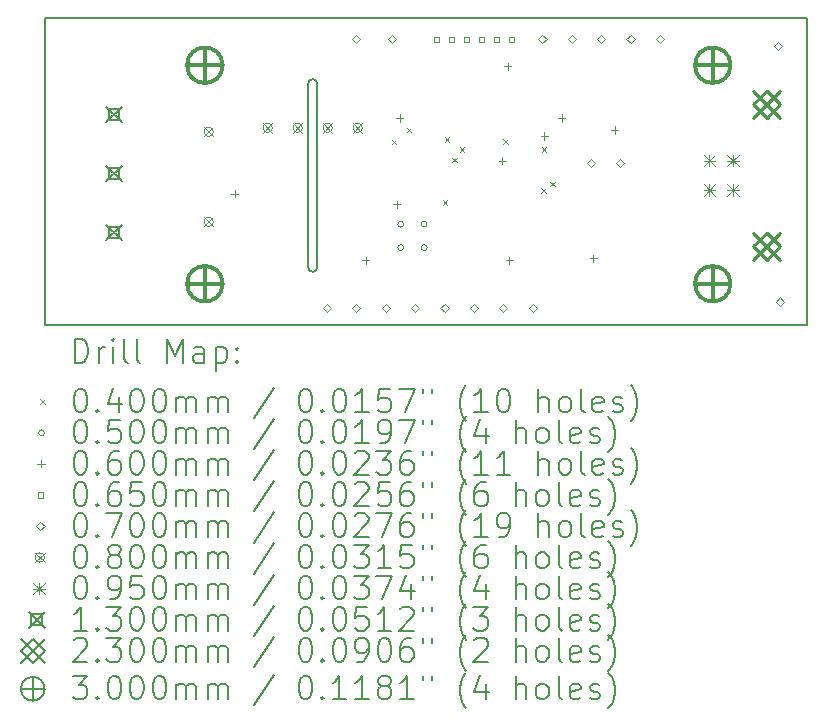
<source format=gbr>
%FSLAX45Y45*%
G04 Gerber Fmt 4.5, Leading zero omitted, Abs format (unit mm)*
G04 Created by KiCad (PCBNEW 6.0.5) date 2022-09-23 16:59:47*
%MOMM*%
%LPD*%
G01*
G04 APERTURE LIST*
%TA.AperFunction,Profile*%
%ADD10C,0.150000*%
%TD*%
%ADD11C,0.200000*%
%ADD12C,0.040000*%
%ADD13C,0.050000*%
%ADD14C,0.060000*%
%ADD15C,0.065000*%
%ADD16C,0.070000*%
%ADD17C,0.080000*%
%ADD18C,0.095000*%
%ADD19C,0.130000*%
%ADD20C,0.230000*%
%ADD21C,0.300000*%
G04 APERTURE END LIST*
D10*
X6100000Y-7550000D02*
X12550000Y-7550000D01*
X6100000Y-4950000D02*
X6100000Y-7550000D01*
X12550000Y-5000000D02*
X12550000Y-4950000D01*
X6100000Y-4950000D02*
X12550000Y-4950000D01*
X8401050Y-5505450D02*
G75*
G03*
X8324850Y-5505450I-38100J0D01*
G01*
X8324850Y-7061200D02*
G75*
G03*
X8401050Y-7061200I38100J0D01*
G01*
X8401050Y-5505450D02*
X8401050Y-7061200D01*
X8324850Y-5505450D02*
X8324850Y-7061200D01*
X12550000Y-7550000D02*
X12550000Y-5000000D01*
D11*
D12*
X9032560Y-5979480D02*
X9072560Y-6019480D01*
X9072560Y-5979480D02*
X9032560Y-6019480D01*
X9159560Y-5877880D02*
X9199560Y-5917880D01*
X9199560Y-5877880D02*
X9159560Y-5917880D01*
X9464360Y-6492560D02*
X9504360Y-6532560D01*
X9504360Y-6492560D02*
X9464360Y-6532560D01*
X9479600Y-5961700D02*
X9519600Y-6001700D01*
X9519600Y-5961700D02*
X9479600Y-6001700D01*
X9545640Y-6131880D02*
X9585640Y-6171880D01*
X9585640Y-6131880D02*
X9545640Y-6171880D01*
X9606600Y-6045520D02*
X9646600Y-6085520D01*
X9646600Y-6045520D02*
X9606600Y-6085520D01*
X9975749Y-5972618D02*
X10015749Y-6012618D01*
X10015749Y-5972618D02*
X9975749Y-6012618D01*
X10297480Y-6390960D02*
X10337480Y-6430960D01*
X10337480Y-6390960D02*
X10297480Y-6430960D01*
X10302560Y-6045520D02*
X10342560Y-6085520D01*
X10342560Y-6045520D02*
X10302560Y-6085520D01*
X10373680Y-6335080D02*
X10413680Y-6375080D01*
X10413680Y-6335080D02*
X10373680Y-6375080D01*
D13*
X9133440Y-6695440D02*
G75*
G03*
X9133440Y-6695440I-25000J0D01*
G01*
X9133440Y-6893560D02*
G75*
G03*
X9133440Y-6893560I-25000J0D01*
G01*
X9331560Y-6695440D02*
G75*
G03*
X9331560Y-6695440I-25000J0D01*
G01*
X9331560Y-6893560D02*
G75*
G03*
X9331560Y-6893560I-25000J0D01*
G01*
D14*
X7701280Y-6406360D02*
X7701280Y-6466360D01*
X7671280Y-6436360D02*
X7731280Y-6436360D01*
X8813800Y-6970240D02*
X8813800Y-7030240D01*
X8783800Y-7000240D02*
X8843800Y-7000240D01*
X9072880Y-6497800D02*
X9072880Y-6557800D01*
X9042880Y-6527800D02*
X9102880Y-6527800D01*
X9098280Y-5766280D02*
X9098280Y-5826280D01*
X9068280Y-5796280D02*
X9128280Y-5796280D01*
X9966960Y-6126960D02*
X9966960Y-6186960D01*
X9936960Y-6156960D02*
X9996960Y-6156960D01*
X10012680Y-5329400D02*
X10012680Y-5389400D01*
X9982680Y-5359400D02*
X10042680Y-5359400D01*
X10027920Y-6972780D02*
X10027920Y-7032780D01*
X9997920Y-7002780D02*
X10057920Y-7002780D01*
X10322560Y-5918680D02*
X10322560Y-5978680D01*
X10292560Y-5948680D02*
X10352560Y-5948680D01*
X10469880Y-5766280D02*
X10469880Y-5826280D01*
X10439880Y-5796280D02*
X10499880Y-5796280D01*
X10739120Y-6955000D02*
X10739120Y-7015000D01*
X10709120Y-6985000D02*
X10769120Y-6985000D01*
X10922000Y-5867880D02*
X10922000Y-5927880D01*
X10892000Y-5897880D02*
X10952000Y-5897880D01*
D15*
X9436221Y-5153781D02*
X9436221Y-5107819D01*
X9390259Y-5107819D01*
X9390259Y-5153781D01*
X9436221Y-5153781D01*
X9563221Y-5153781D02*
X9563221Y-5107819D01*
X9517259Y-5107819D01*
X9517259Y-5153781D01*
X9563221Y-5153781D01*
X9690221Y-5153781D02*
X9690221Y-5107819D01*
X9644259Y-5107819D01*
X9644259Y-5153781D01*
X9690221Y-5153781D01*
X9817221Y-5153781D02*
X9817221Y-5107819D01*
X9771259Y-5107819D01*
X9771259Y-5153781D01*
X9817221Y-5153781D01*
X9944221Y-5153781D02*
X9944221Y-5107819D01*
X9898259Y-5107819D01*
X9898259Y-5153781D01*
X9944221Y-5153781D01*
X10071221Y-5153781D02*
X10071221Y-5107819D01*
X10025259Y-5107819D01*
X10025259Y-5153781D01*
X10071221Y-5153781D01*
D16*
X8483600Y-7441640D02*
X8518600Y-7406640D01*
X8483600Y-7371640D01*
X8448600Y-7406640D01*
X8483600Y-7441640D01*
X8732520Y-5160720D02*
X8767520Y-5125720D01*
X8732520Y-5090720D01*
X8697520Y-5125720D01*
X8732520Y-5160720D01*
X8732520Y-7441640D02*
X8767520Y-7406640D01*
X8732520Y-7371640D01*
X8697520Y-7406640D01*
X8732520Y-7441640D01*
X8981440Y-7441640D02*
X9016440Y-7406640D01*
X8981440Y-7371640D01*
X8946440Y-7406640D01*
X8981440Y-7441640D01*
X9032240Y-5160720D02*
X9067240Y-5125720D01*
X9032240Y-5090720D01*
X8997240Y-5125720D01*
X9032240Y-5160720D01*
X9230360Y-7441640D02*
X9265360Y-7406640D01*
X9230360Y-7371640D01*
X9195360Y-7406640D01*
X9230360Y-7441640D01*
X9479280Y-7441640D02*
X9514280Y-7406640D01*
X9479280Y-7371640D01*
X9444280Y-7406640D01*
X9479280Y-7441640D01*
X9728200Y-7441640D02*
X9763200Y-7406640D01*
X9728200Y-7371640D01*
X9693200Y-7406640D01*
X9728200Y-7441640D01*
X9977120Y-7441640D02*
X10012120Y-7406640D01*
X9977120Y-7371640D01*
X9942120Y-7406640D01*
X9977120Y-7441640D01*
X10226040Y-7441640D02*
X10261040Y-7406640D01*
X10226040Y-7371640D01*
X10191040Y-7406640D01*
X10226040Y-7441640D01*
X10307600Y-5165800D02*
X10342600Y-5130800D01*
X10307600Y-5095800D01*
X10272600Y-5130800D01*
X10307600Y-5165800D01*
X10556240Y-5165800D02*
X10591240Y-5130800D01*
X10556240Y-5095800D01*
X10521240Y-5130800D01*
X10556240Y-5165800D01*
X10718800Y-6212280D02*
X10753800Y-6177280D01*
X10718800Y-6142280D01*
X10683800Y-6177280D01*
X10718800Y-6212280D01*
X10805160Y-5165800D02*
X10840160Y-5130800D01*
X10805160Y-5095800D01*
X10770160Y-5130800D01*
X10805160Y-5165800D01*
X10967720Y-6212280D02*
X11002720Y-6177280D01*
X10967720Y-6142280D01*
X10932720Y-6177280D01*
X10967720Y-6212280D01*
X11054080Y-5165800D02*
X11089080Y-5130800D01*
X11054080Y-5095800D01*
X11019080Y-5130800D01*
X11054080Y-5165800D01*
X11303000Y-5165800D02*
X11338000Y-5130800D01*
X11303000Y-5095800D01*
X11268000Y-5130800D01*
X11303000Y-5165800D01*
X12303760Y-5221680D02*
X12338760Y-5186680D01*
X12303760Y-5151680D01*
X12268760Y-5186680D01*
X12303760Y-5221680D01*
X12319000Y-7385760D02*
X12354000Y-7350760D01*
X12319000Y-7315760D01*
X12284000Y-7350760D01*
X12319000Y-7385760D01*
D17*
X7442840Y-5873120D02*
X7522840Y-5953120D01*
X7522840Y-5873120D02*
X7442840Y-5953120D01*
X7522840Y-5913120D02*
G75*
G03*
X7522840Y-5913120I-40000J0D01*
G01*
X7442840Y-6635120D02*
X7522840Y-6715120D01*
X7522840Y-6635120D02*
X7442840Y-6715120D01*
X7522840Y-6675120D02*
G75*
G03*
X7522840Y-6675120I-40000J0D01*
G01*
X7941950Y-5840100D02*
X8021950Y-5920100D01*
X8021950Y-5840100D02*
X7941950Y-5920100D01*
X8021950Y-5880100D02*
G75*
G03*
X8021950Y-5880100I-40000J0D01*
G01*
X8195950Y-5840100D02*
X8275950Y-5920100D01*
X8275950Y-5840100D02*
X8195950Y-5920100D01*
X8275950Y-5880100D02*
G75*
G03*
X8275950Y-5880100I-40000J0D01*
G01*
X8449950Y-5840100D02*
X8529950Y-5920100D01*
X8529950Y-5840100D02*
X8449950Y-5920100D01*
X8529950Y-5880100D02*
G75*
G03*
X8529950Y-5880100I-40000J0D01*
G01*
X8703950Y-5840100D02*
X8783950Y-5920100D01*
X8783950Y-5840100D02*
X8703950Y-5920100D01*
X8783950Y-5880100D02*
G75*
G03*
X8783950Y-5880100I-40000J0D01*
G01*
D18*
X11674600Y-6109650D02*
X11769600Y-6204650D01*
X11769600Y-6109650D02*
X11674600Y-6204650D01*
X11722100Y-6109650D02*
X11722100Y-6204650D01*
X11674600Y-6157150D02*
X11769600Y-6157150D01*
X11674600Y-6359650D02*
X11769600Y-6454650D01*
X11769600Y-6359650D02*
X11674600Y-6454650D01*
X11722100Y-6359650D02*
X11722100Y-6454650D01*
X11674600Y-6407150D02*
X11769600Y-6407150D01*
X11874600Y-6109650D02*
X11969600Y-6204650D01*
X11969600Y-6109650D02*
X11874600Y-6204650D01*
X11922100Y-6109650D02*
X11922100Y-6204650D01*
X11874600Y-6157150D02*
X11969600Y-6157150D01*
X11874600Y-6359650D02*
X11969600Y-6454650D01*
X11969600Y-6359650D02*
X11874600Y-6454650D01*
X11922100Y-6359650D02*
X11922100Y-6454650D01*
X11874600Y-6407150D02*
X11969600Y-6407150D01*
D19*
X6615200Y-5700800D02*
X6745200Y-5830800D01*
X6745200Y-5700800D02*
X6615200Y-5830800D01*
X6726162Y-5811762D02*
X6726162Y-5719838D01*
X6634238Y-5719838D01*
X6634238Y-5811762D01*
X6726162Y-5811762D01*
X6615200Y-6200800D02*
X6745200Y-6330800D01*
X6745200Y-6200800D02*
X6615200Y-6330800D01*
X6726162Y-6311762D02*
X6726162Y-6219838D01*
X6634238Y-6219838D01*
X6634238Y-6311762D01*
X6726162Y-6311762D01*
X6615200Y-6700800D02*
X6745200Y-6830800D01*
X6745200Y-6700800D02*
X6615200Y-6830800D01*
X6726162Y-6811762D02*
X6726162Y-6719838D01*
X6634238Y-6719838D01*
X6634238Y-6811762D01*
X6726162Y-6811762D01*
D20*
X12093100Y-5567150D02*
X12323100Y-5797150D01*
X12323100Y-5567150D02*
X12093100Y-5797150D01*
X12208100Y-5797150D02*
X12323100Y-5682150D01*
X12208100Y-5567150D01*
X12093100Y-5682150D01*
X12208100Y-5797150D01*
X12093100Y-6767150D02*
X12323100Y-6997150D01*
X12323100Y-6767150D02*
X12093100Y-6997150D01*
X12208100Y-6997150D02*
X12323100Y-6882150D01*
X12208100Y-6767150D01*
X12093100Y-6882150D01*
X12208100Y-6997150D01*
D21*
X7450000Y-5200000D02*
X7450000Y-5500000D01*
X7300000Y-5350000D02*
X7600000Y-5350000D01*
X7600000Y-5350000D02*
G75*
G03*
X7600000Y-5350000I-150000J0D01*
G01*
X7450000Y-7050000D02*
X7450000Y-7350000D01*
X7300000Y-7200000D02*
X7600000Y-7200000D01*
X7600000Y-7200000D02*
G75*
G03*
X7600000Y-7200000I-150000J0D01*
G01*
X11750000Y-5200000D02*
X11750000Y-5500000D01*
X11600000Y-5350000D02*
X11900000Y-5350000D01*
X11900000Y-5350000D02*
G75*
G03*
X11900000Y-5350000I-150000J0D01*
G01*
X11750000Y-7050000D02*
X11750000Y-7350000D01*
X11600000Y-7200000D02*
X11900000Y-7200000D01*
X11900000Y-7200000D02*
G75*
G03*
X11900000Y-7200000I-150000J0D01*
G01*
D11*
X6350119Y-7867976D02*
X6350119Y-7667976D01*
X6397738Y-7667976D01*
X6426309Y-7677500D01*
X6445357Y-7696548D01*
X6454881Y-7715595D01*
X6464405Y-7753690D01*
X6464405Y-7782262D01*
X6454881Y-7820357D01*
X6445357Y-7839405D01*
X6426309Y-7858452D01*
X6397738Y-7867976D01*
X6350119Y-7867976D01*
X6550119Y-7867976D02*
X6550119Y-7734643D01*
X6550119Y-7772738D02*
X6559643Y-7753690D01*
X6569167Y-7744167D01*
X6588214Y-7734643D01*
X6607262Y-7734643D01*
X6673928Y-7867976D02*
X6673928Y-7734643D01*
X6673928Y-7667976D02*
X6664405Y-7677500D01*
X6673928Y-7687024D01*
X6683452Y-7677500D01*
X6673928Y-7667976D01*
X6673928Y-7687024D01*
X6797738Y-7867976D02*
X6778690Y-7858452D01*
X6769167Y-7839405D01*
X6769167Y-7667976D01*
X6902500Y-7867976D02*
X6883452Y-7858452D01*
X6873928Y-7839405D01*
X6873928Y-7667976D01*
X7131071Y-7867976D02*
X7131071Y-7667976D01*
X7197738Y-7810833D01*
X7264405Y-7667976D01*
X7264405Y-7867976D01*
X7445357Y-7867976D02*
X7445357Y-7763214D01*
X7435833Y-7744167D01*
X7416786Y-7734643D01*
X7378690Y-7734643D01*
X7359643Y-7744167D01*
X7445357Y-7858452D02*
X7426309Y-7867976D01*
X7378690Y-7867976D01*
X7359643Y-7858452D01*
X7350119Y-7839405D01*
X7350119Y-7820357D01*
X7359643Y-7801309D01*
X7378690Y-7791786D01*
X7426309Y-7791786D01*
X7445357Y-7782262D01*
X7540595Y-7734643D02*
X7540595Y-7934643D01*
X7540595Y-7744167D02*
X7559643Y-7734643D01*
X7597738Y-7734643D01*
X7616786Y-7744167D01*
X7626309Y-7753690D01*
X7635833Y-7772738D01*
X7635833Y-7829881D01*
X7626309Y-7848928D01*
X7616786Y-7858452D01*
X7597738Y-7867976D01*
X7559643Y-7867976D01*
X7540595Y-7858452D01*
X7721548Y-7848928D02*
X7731071Y-7858452D01*
X7721548Y-7867976D01*
X7712024Y-7858452D01*
X7721548Y-7848928D01*
X7721548Y-7867976D01*
X7721548Y-7744167D02*
X7731071Y-7753690D01*
X7721548Y-7763214D01*
X7712024Y-7753690D01*
X7721548Y-7744167D01*
X7721548Y-7763214D01*
D12*
X6052500Y-8177500D02*
X6092500Y-8217500D01*
X6092500Y-8177500D02*
X6052500Y-8217500D01*
D11*
X6388214Y-8087976D02*
X6407262Y-8087976D01*
X6426309Y-8097500D01*
X6435833Y-8107024D01*
X6445357Y-8126071D01*
X6454881Y-8164167D01*
X6454881Y-8211786D01*
X6445357Y-8249881D01*
X6435833Y-8268928D01*
X6426309Y-8278452D01*
X6407262Y-8287976D01*
X6388214Y-8287976D01*
X6369167Y-8278452D01*
X6359643Y-8268928D01*
X6350119Y-8249881D01*
X6340595Y-8211786D01*
X6340595Y-8164167D01*
X6350119Y-8126071D01*
X6359643Y-8107024D01*
X6369167Y-8097500D01*
X6388214Y-8087976D01*
X6540595Y-8268928D02*
X6550119Y-8278452D01*
X6540595Y-8287976D01*
X6531071Y-8278452D01*
X6540595Y-8268928D01*
X6540595Y-8287976D01*
X6721548Y-8154643D02*
X6721548Y-8287976D01*
X6673928Y-8078452D02*
X6626309Y-8221309D01*
X6750119Y-8221309D01*
X6864405Y-8087976D02*
X6883452Y-8087976D01*
X6902500Y-8097500D01*
X6912024Y-8107024D01*
X6921548Y-8126071D01*
X6931071Y-8164167D01*
X6931071Y-8211786D01*
X6921548Y-8249881D01*
X6912024Y-8268928D01*
X6902500Y-8278452D01*
X6883452Y-8287976D01*
X6864405Y-8287976D01*
X6845357Y-8278452D01*
X6835833Y-8268928D01*
X6826309Y-8249881D01*
X6816786Y-8211786D01*
X6816786Y-8164167D01*
X6826309Y-8126071D01*
X6835833Y-8107024D01*
X6845357Y-8097500D01*
X6864405Y-8087976D01*
X7054881Y-8087976D02*
X7073928Y-8087976D01*
X7092976Y-8097500D01*
X7102500Y-8107024D01*
X7112024Y-8126071D01*
X7121548Y-8164167D01*
X7121548Y-8211786D01*
X7112024Y-8249881D01*
X7102500Y-8268928D01*
X7092976Y-8278452D01*
X7073928Y-8287976D01*
X7054881Y-8287976D01*
X7035833Y-8278452D01*
X7026309Y-8268928D01*
X7016786Y-8249881D01*
X7007262Y-8211786D01*
X7007262Y-8164167D01*
X7016786Y-8126071D01*
X7026309Y-8107024D01*
X7035833Y-8097500D01*
X7054881Y-8087976D01*
X7207262Y-8287976D02*
X7207262Y-8154643D01*
X7207262Y-8173690D02*
X7216786Y-8164167D01*
X7235833Y-8154643D01*
X7264405Y-8154643D01*
X7283452Y-8164167D01*
X7292976Y-8183214D01*
X7292976Y-8287976D01*
X7292976Y-8183214D02*
X7302500Y-8164167D01*
X7321548Y-8154643D01*
X7350119Y-8154643D01*
X7369167Y-8164167D01*
X7378690Y-8183214D01*
X7378690Y-8287976D01*
X7473928Y-8287976D02*
X7473928Y-8154643D01*
X7473928Y-8173690D02*
X7483452Y-8164167D01*
X7502500Y-8154643D01*
X7531071Y-8154643D01*
X7550119Y-8164167D01*
X7559643Y-8183214D01*
X7559643Y-8287976D01*
X7559643Y-8183214D02*
X7569167Y-8164167D01*
X7588214Y-8154643D01*
X7616786Y-8154643D01*
X7635833Y-8164167D01*
X7645357Y-8183214D01*
X7645357Y-8287976D01*
X8035833Y-8078452D02*
X7864405Y-8335595D01*
X8292976Y-8087976D02*
X8312024Y-8087976D01*
X8331071Y-8097500D01*
X8340595Y-8107024D01*
X8350119Y-8126071D01*
X8359643Y-8164167D01*
X8359643Y-8211786D01*
X8350119Y-8249881D01*
X8340595Y-8268928D01*
X8331071Y-8278452D01*
X8312024Y-8287976D01*
X8292976Y-8287976D01*
X8273928Y-8278452D01*
X8264405Y-8268928D01*
X8254881Y-8249881D01*
X8245357Y-8211786D01*
X8245357Y-8164167D01*
X8254881Y-8126071D01*
X8264405Y-8107024D01*
X8273928Y-8097500D01*
X8292976Y-8087976D01*
X8445357Y-8268928D02*
X8454881Y-8278452D01*
X8445357Y-8287976D01*
X8435833Y-8278452D01*
X8445357Y-8268928D01*
X8445357Y-8287976D01*
X8578690Y-8087976D02*
X8597738Y-8087976D01*
X8616786Y-8097500D01*
X8626310Y-8107024D01*
X8635833Y-8126071D01*
X8645357Y-8164167D01*
X8645357Y-8211786D01*
X8635833Y-8249881D01*
X8626310Y-8268928D01*
X8616786Y-8278452D01*
X8597738Y-8287976D01*
X8578690Y-8287976D01*
X8559643Y-8278452D01*
X8550119Y-8268928D01*
X8540595Y-8249881D01*
X8531071Y-8211786D01*
X8531071Y-8164167D01*
X8540595Y-8126071D01*
X8550119Y-8107024D01*
X8559643Y-8097500D01*
X8578690Y-8087976D01*
X8835833Y-8287976D02*
X8721548Y-8287976D01*
X8778690Y-8287976D02*
X8778690Y-8087976D01*
X8759643Y-8116548D01*
X8740595Y-8135595D01*
X8721548Y-8145119D01*
X9016786Y-8087976D02*
X8921548Y-8087976D01*
X8912024Y-8183214D01*
X8921548Y-8173690D01*
X8940595Y-8164167D01*
X8988214Y-8164167D01*
X9007262Y-8173690D01*
X9016786Y-8183214D01*
X9026310Y-8202262D01*
X9026310Y-8249881D01*
X9016786Y-8268928D01*
X9007262Y-8278452D01*
X8988214Y-8287976D01*
X8940595Y-8287976D01*
X8921548Y-8278452D01*
X8912024Y-8268928D01*
X9092976Y-8087976D02*
X9226310Y-8087976D01*
X9140595Y-8287976D01*
X9292976Y-8087976D02*
X9292976Y-8126071D01*
X9369167Y-8087976D02*
X9369167Y-8126071D01*
X9664405Y-8364167D02*
X9654881Y-8354643D01*
X9635833Y-8326071D01*
X9626310Y-8307024D01*
X9616786Y-8278452D01*
X9607262Y-8230833D01*
X9607262Y-8192738D01*
X9616786Y-8145119D01*
X9626310Y-8116548D01*
X9635833Y-8097500D01*
X9654881Y-8068928D01*
X9664405Y-8059405D01*
X9845357Y-8287976D02*
X9731071Y-8287976D01*
X9788214Y-8287976D02*
X9788214Y-8087976D01*
X9769167Y-8116548D01*
X9750119Y-8135595D01*
X9731071Y-8145119D01*
X9969167Y-8087976D02*
X9988214Y-8087976D01*
X10007262Y-8097500D01*
X10016786Y-8107024D01*
X10026310Y-8126071D01*
X10035833Y-8164167D01*
X10035833Y-8211786D01*
X10026310Y-8249881D01*
X10016786Y-8268928D01*
X10007262Y-8278452D01*
X9988214Y-8287976D01*
X9969167Y-8287976D01*
X9950119Y-8278452D01*
X9940595Y-8268928D01*
X9931071Y-8249881D01*
X9921548Y-8211786D01*
X9921548Y-8164167D01*
X9931071Y-8126071D01*
X9940595Y-8107024D01*
X9950119Y-8097500D01*
X9969167Y-8087976D01*
X10273929Y-8287976D02*
X10273929Y-8087976D01*
X10359643Y-8287976D02*
X10359643Y-8183214D01*
X10350119Y-8164167D01*
X10331071Y-8154643D01*
X10302500Y-8154643D01*
X10283452Y-8164167D01*
X10273929Y-8173690D01*
X10483452Y-8287976D02*
X10464405Y-8278452D01*
X10454881Y-8268928D01*
X10445357Y-8249881D01*
X10445357Y-8192738D01*
X10454881Y-8173690D01*
X10464405Y-8164167D01*
X10483452Y-8154643D01*
X10512024Y-8154643D01*
X10531071Y-8164167D01*
X10540595Y-8173690D01*
X10550119Y-8192738D01*
X10550119Y-8249881D01*
X10540595Y-8268928D01*
X10531071Y-8278452D01*
X10512024Y-8287976D01*
X10483452Y-8287976D01*
X10664405Y-8287976D02*
X10645357Y-8278452D01*
X10635833Y-8259405D01*
X10635833Y-8087976D01*
X10816786Y-8278452D02*
X10797738Y-8287976D01*
X10759643Y-8287976D01*
X10740595Y-8278452D01*
X10731071Y-8259405D01*
X10731071Y-8183214D01*
X10740595Y-8164167D01*
X10759643Y-8154643D01*
X10797738Y-8154643D01*
X10816786Y-8164167D01*
X10826310Y-8183214D01*
X10826310Y-8202262D01*
X10731071Y-8221309D01*
X10902500Y-8278452D02*
X10921548Y-8287976D01*
X10959643Y-8287976D01*
X10978690Y-8278452D01*
X10988214Y-8259405D01*
X10988214Y-8249881D01*
X10978690Y-8230833D01*
X10959643Y-8221309D01*
X10931071Y-8221309D01*
X10912024Y-8211786D01*
X10902500Y-8192738D01*
X10902500Y-8183214D01*
X10912024Y-8164167D01*
X10931071Y-8154643D01*
X10959643Y-8154643D01*
X10978690Y-8164167D01*
X11054881Y-8364167D02*
X11064405Y-8354643D01*
X11083452Y-8326071D01*
X11092976Y-8307024D01*
X11102500Y-8278452D01*
X11112024Y-8230833D01*
X11112024Y-8192738D01*
X11102500Y-8145119D01*
X11092976Y-8116548D01*
X11083452Y-8097500D01*
X11064405Y-8068928D01*
X11054881Y-8059405D01*
D13*
X6092500Y-8461500D02*
G75*
G03*
X6092500Y-8461500I-25000J0D01*
G01*
D11*
X6388214Y-8351976D02*
X6407262Y-8351976D01*
X6426309Y-8361500D01*
X6435833Y-8371024D01*
X6445357Y-8390071D01*
X6454881Y-8428167D01*
X6454881Y-8475786D01*
X6445357Y-8513881D01*
X6435833Y-8532929D01*
X6426309Y-8542452D01*
X6407262Y-8551976D01*
X6388214Y-8551976D01*
X6369167Y-8542452D01*
X6359643Y-8532929D01*
X6350119Y-8513881D01*
X6340595Y-8475786D01*
X6340595Y-8428167D01*
X6350119Y-8390071D01*
X6359643Y-8371024D01*
X6369167Y-8361500D01*
X6388214Y-8351976D01*
X6540595Y-8532929D02*
X6550119Y-8542452D01*
X6540595Y-8551976D01*
X6531071Y-8542452D01*
X6540595Y-8532929D01*
X6540595Y-8551976D01*
X6731071Y-8351976D02*
X6635833Y-8351976D01*
X6626309Y-8447214D01*
X6635833Y-8437690D01*
X6654881Y-8428167D01*
X6702500Y-8428167D01*
X6721548Y-8437690D01*
X6731071Y-8447214D01*
X6740595Y-8466262D01*
X6740595Y-8513881D01*
X6731071Y-8532929D01*
X6721548Y-8542452D01*
X6702500Y-8551976D01*
X6654881Y-8551976D01*
X6635833Y-8542452D01*
X6626309Y-8532929D01*
X6864405Y-8351976D02*
X6883452Y-8351976D01*
X6902500Y-8361500D01*
X6912024Y-8371024D01*
X6921548Y-8390071D01*
X6931071Y-8428167D01*
X6931071Y-8475786D01*
X6921548Y-8513881D01*
X6912024Y-8532929D01*
X6902500Y-8542452D01*
X6883452Y-8551976D01*
X6864405Y-8551976D01*
X6845357Y-8542452D01*
X6835833Y-8532929D01*
X6826309Y-8513881D01*
X6816786Y-8475786D01*
X6816786Y-8428167D01*
X6826309Y-8390071D01*
X6835833Y-8371024D01*
X6845357Y-8361500D01*
X6864405Y-8351976D01*
X7054881Y-8351976D02*
X7073928Y-8351976D01*
X7092976Y-8361500D01*
X7102500Y-8371024D01*
X7112024Y-8390071D01*
X7121548Y-8428167D01*
X7121548Y-8475786D01*
X7112024Y-8513881D01*
X7102500Y-8532929D01*
X7092976Y-8542452D01*
X7073928Y-8551976D01*
X7054881Y-8551976D01*
X7035833Y-8542452D01*
X7026309Y-8532929D01*
X7016786Y-8513881D01*
X7007262Y-8475786D01*
X7007262Y-8428167D01*
X7016786Y-8390071D01*
X7026309Y-8371024D01*
X7035833Y-8361500D01*
X7054881Y-8351976D01*
X7207262Y-8551976D02*
X7207262Y-8418643D01*
X7207262Y-8437690D02*
X7216786Y-8428167D01*
X7235833Y-8418643D01*
X7264405Y-8418643D01*
X7283452Y-8428167D01*
X7292976Y-8447214D01*
X7292976Y-8551976D01*
X7292976Y-8447214D02*
X7302500Y-8428167D01*
X7321548Y-8418643D01*
X7350119Y-8418643D01*
X7369167Y-8428167D01*
X7378690Y-8447214D01*
X7378690Y-8551976D01*
X7473928Y-8551976D02*
X7473928Y-8418643D01*
X7473928Y-8437690D02*
X7483452Y-8428167D01*
X7502500Y-8418643D01*
X7531071Y-8418643D01*
X7550119Y-8428167D01*
X7559643Y-8447214D01*
X7559643Y-8551976D01*
X7559643Y-8447214D02*
X7569167Y-8428167D01*
X7588214Y-8418643D01*
X7616786Y-8418643D01*
X7635833Y-8428167D01*
X7645357Y-8447214D01*
X7645357Y-8551976D01*
X8035833Y-8342452D02*
X7864405Y-8599595D01*
X8292976Y-8351976D02*
X8312024Y-8351976D01*
X8331071Y-8361500D01*
X8340595Y-8371024D01*
X8350119Y-8390071D01*
X8359643Y-8428167D01*
X8359643Y-8475786D01*
X8350119Y-8513881D01*
X8340595Y-8532929D01*
X8331071Y-8542452D01*
X8312024Y-8551976D01*
X8292976Y-8551976D01*
X8273928Y-8542452D01*
X8264405Y-8532929D01*
X8254881Y-8513881D01*
X8245357Y-8475786D01*
X8245357Y-8428167D01*
X8254881Y-8390071D01*
X8264405Y-8371024D01*
X8273928Y-8361500D01*
X8292976Y-8351976D01*
X8445357Y-8532929D02*
X8454881Y-8542452D01*
X8445357Y-8551976D01*
X8435833Y-8542452D01*
X8445357Y-8532929D01*
X8445357Y-8551976D01*
X8578690Y-8351976D02*
X8597738Y-8351976D01*
X8616786Y-8361500D01*
X8626310Y-8371024D01*
X8635833Y-8390071D01*
X8645357Y-8428167D01*
X8645357Y-8475786D01*
X8635833Y-8513881D01*
X8626310Y-8532929D01*
X8616786Y-8542452D01*
X8597738Y-8551976D01*
X8578690Y-8551976D01*
X8559643Y-8542452D01*
X8550119Y-8532929D01*
X8540595Y-8513881D01*
X8531071Y-8475786D01*
X8531071Y-8428167D01*
X8540595Y-8390071D01*
X8550119Y-8371024D01*
X8559643Y-8361500D01*
X8578690Y-8351976D01*
X8835833Y-8551976D02*
X8721548Y-8551976D01*
X8778690Y-8551976D02*
X8778690Y-8351976D01*
X8759643Y-8380548D01*
X8740595Y-8399595D01*
X8721548Y-8409119D01*
X8931071Y-8551976D02*
X8969167Y-8551976D01*
X8988214Y-8542452D01*
X8997738Y-8532929D01*
X9016786Y-8504357D01*
X9026310Y-8466262D01*
X9026310Y-8390071D01*
X9016786Y-8371024D01*
X9007262Y-8361500D01*
X8988214Y-8351976D01*
X8950119Y-8351976D01*
X8931071Y-8361500D01*
X8921548Y-8371024D01*
X8912024Y-8390071D01*
X8912024Y-8437690D01*
X8921548Y-8456738D01*
X8931071Y-8466262D01*
X8950119Y-8475786D01*
X8988214Y-8475786D01*
X9007262Y-8466262D01*
X9016786Y-8456738D01*
X9026310Y-8437690D01*
X9092976Y-8351976D02*
X9226310Y-8351976D01*
X9140595Y-8551976D01*
X9292976Y-8351976D02*
X9292976Y-8390071D01*
X9369167Y-8351976D02*
X9369167Y-8390071D01*
X9664405Y-8628167D02*
X9654881Y-8618643D01*
X9635833Y-8590071D01*
X9626310Y-8571024D01*
X9616786Y-8542452D01*
X9607262Y-8494833D01*
X9607262Y-8456738D01*
X9616786Y-8409119D01*
X9626310Y-8380548D01*
X9635833Y-8361500D01*
X9654881Y-8332928D01*
X9664405Y-8323405D01*
X9826310Y-8418643D02*
X9826310Y-8551976D01*
X9778690Y-8342452D02*
X9731071Y-8485310D01*
X9854881Y-8485310D01*
X10083452Y-8551976D02*
X10083452Y-8351976D01*
X10169167Y-8551976D02*
X10169167Y-8447214D01*
X10159643Y-8428167D01*
X10140595Y-8418643D01*
X10112024Y-8418643D01*
X10092976Y-8428167D01*
X10083452Y-8437690D01*
X10292976Y-8551976D02*
X10273929Y-8542452D01*
X10264405Y-8532929D01*
X10254881Y-8513881D01*
X10254881Y-8456738D01*
X10264405Y-8437690D01*
X10273929Y-8428167D01*
X10292976Y-8418643D01*
X10321548Y-8418643D01*
X10340595Y-8428167D01*
X10350119Y-8437690D01*
X10359643Y-8456738D01*
X10359643Y-8513881D01*
X10350119Y-8532929D01*
X10340595Y-8542452D01*
X10321548Y-8551976D01*
X10292976Y-8551976D01*
X10473929Y-8551976D02*
X10454881Y-8542452D01*
X10445357Y-8523405D01*
X10445357Y-8351976D01*
X10626310Y-8542452D02*
X10607262Y-8551976D01*
X10569167Y-8551976D01*
X10550119Y-8542452D01*
X10540595Y-8523405D01*
X10540595Y-8447214D01*
X10550119Y-8428167D01*
X10569167Y-8418643D01*
X10607262Y-8418643D01*
X10626310Y-8428167D01*
X10635833Y-8447214D01*
X10635833Y-8466262D01*
X10540595Y-8485310D01*
X10712024Y-8542452D02*
X10731071Y-8551976D01*
X10769167Y-8551976D01*
X10788214Y-8542452D01*
X10797738Y-8523405D01*
X10797738Y-8513881D01*
X10788214Y-8494833D01*
X10769167Y-8485310D01*
X10740595Y-8485310D01*
X10721548Y-8475786D01*
X10712024Y-8456738D01*
X10712024Y-8447214D01*
X10721548Y-8428167D01*
X10740595Y-8418643D01*
X10769167Y-8418643D01*
X10788214Y-8428167D01*
X10864405Y-8628167D02*
X10873929Y-8618643D01*
X10892976Y-8590071D01*
X10902500Y-8571024D01*
X10912024Y-8542452D01*
X10921548Y-8494833D01*
X10921548Y-8456738D01*
X10912024Y-8409119D01*
X10902500Y-8380548D01*
X10892976Y-8361500D01*
X10873929Y-8332928D01*
X10864405Y-8323405D01*
D14*
X6062500Y-8695500D02*
X6062500Y-8755500D01*
X6032500Y-8725500D02*
X6092500Y-8725500D01*
D11*
X6388214Y-8615976D02*
X6407262Y-8615976D01*
X6426309Y-8625500D01*
X6435833Y-8635024D01*
X6445357Y-8654071D01*
X6454881Y-8692167D01*
X6454881Y-8739786D01*
X6445357Y-8777881D01*
X6435833Y-8796929D01*
X6426309Y-8806452D01*
X6407262Y-8815976D01*
X6388214Y-8815976D01*
X6369167Y-8806452D01*
X6359643Y-8796929D01*
X6350119Y-8777881D01*
X6340595Y-8739786D01*
X6340595Y-8692167D01*
X6350119Y-8654071D01*
X6359643Y-8635024D01*
X6369167Y-8625500D01*
X6388214Y-8615976D01*
X6540595Y-8796929D02*
X6550119Y-8806452D01*
X6540595Y-8815976D01*
X6531071Y-8806452D01*
X6540595Y-8796929D01*
X6540595Y-8815976D01*
X6721548Y-8615976D02*
X6683452Y-8615976D01*
X6664405Y-8625500D01*
X6654881Y-8635024D01*
X6635833Y-8663595D01*
X6626309Y-8701690D01*
X6626309Y-8777881D01*
X6635833Y-8796929D01*
X6645357Y-8806452D01*
X6664405Y-8815976D01*
X6702500Y-8815976D01*
X6721548Y-8806452D01*
X6731071Y-8796929D01*
X6740595Y-8777881D01*
X6740595Y-8730262D01*
X6731071Y-8711214D01*
X6721548Y-8701690D01*
X6702500Y-8692167D01*
X6664405Y-8692167D01*
X6645357Y-8701690D01*
X6635833Y-8711214D01*
X6626309Y-8730262D01*
X6864405Y-8615976D02*
X6883452Y-8615976D01*
X6902500Y-8625500D01*
X6912024Y-8635024D01*
X6921548Y-8654071D01*
X6931071Y-8692167D01*
X6931071Y-8739786D01*
X6921548Y-8777881D01*
X6912024Y-8796929D01*
X6902500Y-8806452D01*
X6883452Y-8815976D01*
X6864405Y-8815976D01*
X6845357Y-8806452D01*
X6835833Y-8796929D01*
X6826309Y-8777881D01*
X6816786Y-8739786D01*
X6816786Y-8692167D01*
X6826309Y-8654071D01*
X6835833Y-8635024D01*
X6845357Y-8625500D01*
X6864405Y-8615976D01*
X7054881Y-8615976D02*
X7073928Y-8615976D01*
X7092976Y-8625500D01*
X7102500Y-8635024D01*
X7112024Y-8654071D01*
X7121548Y-8692167D01*
X7121548Y-8739786D01*
X7112024Y-8777881D01*
X7102500Y-8796929D01*
X7092976Y-8806452D01*
X7073928Y-8815976D01*
X7054881Y-8815976D01*
X7035833Y-8806452D01*
X7026309Y-8796929D01*
X7016786Y-8777881D01*
X7007262Y-8739786D01*
X7007262Y-8692167D01*
X7016786Y-8654071D01*
X7026309Y-8635024D01*
X7035833Y-8625500D01*
X7054881Y-8615976D01*
X7207262Y-8815976D02*
X7207262Y-8682643D01*
X7207262Y-8701690D02*
X7216786Y-8692167D01*
X7235833Y-8682643D01*
X7264405Y-8682643D01*
X7283452Y-8692167D01*
X7292976Y-8711214D01*
X7292976Y-8815976D01*
X7292976Y-8711214D02*
X7302500Y-8692167D01*
X7321548Y-8682643D01*
X7350119Y-8682643D01*
X7369167Y-8692167D01*
X7378690Y-8711214D01*
X7378690Y-8815976D01*
X7473928Y-8815976D02*
X7473928Y-8682643D01*
X7473928Y-8701690D02*
X7483452Y-8692167D01*
X7502500Y-8682643D01*
X7531071Y-8682643D01*
X7550119Y-8692167D01*
X7559643Y-8711214D01*
X7559643Y-8815976D01*
X7559643Y-8711214D02*
X7569167Y-8692167D01*
X7588214Y-8682643D01*
X7616786Y-8682643D01*
X7635833Y-8692167D01*
X7645357Y-8711214D01*
X7645357Y-8815976D01*
X8035833Y-8606452D02*
X7864405Y-8863595D01*
X8292976Y-8615976D02*
X8312024Y-8615976D01*
X8331071Y-8625500D01*
X8340595Y-8635024D01*
X8350119Y-8654071D01*
X8359643Y-8692167D01*
X8359643Y-8739786D01*
X8350119Y-8777881D01*
X8340595Y-8796929D01*
X8331071Y-8806452D01*
X8312024Y-8815976D01*
X8292976Y-8815976D01*
X8273928Y-8806452D01*
X8264405Y-8796929D01*
X8254881Y-8777881D01*
X8245357Y-8739786D01*
X8245357Y-8692167D01*
X8254881Y-8654071D01*
X8264405Y-8635024D01*
X8273928Y-8625500D01*
X8292976Y-8615976D01*
X8445357Y-8796929D02*
X8454881Y-8806452D01*
X8445357Y-8815976D01*
X8435833Y-8806452D01*
X8445357Y-8796929D01*
X8445357Y-8815976D01*
X8578690Y-8615976D02*
X8597738Y-8615976D01*
X8616786Y-8625500D01*
X8626310Y-8635024D01*
X8635833Y-8654071D01*
X8645357Y-8692167D01*
X8645357Y-8739786D01*
X8635833Y-8777881D01*
X8626310Y-8796929D01*
X8616786Y-8806452D01*
X8597738Y-8815976D01*
X8578690Y-8815976D01*
X8559643Y-8806452D01*
X8550119Y-8796929D01*
X8540595Y-8777881D01*
X8531071Y-8739786D01*
X8531071Y-8692167D01*
X8540595Y-8654071D01*
X8550119Y-8635024D01*
X8559643Y-8625500D01*
X8578690Y-8615976D01*
X8721548Y-8635024D02*
X8731071Y-8625500D01*
X8750119Y-8615976D01*
X8797738Y-8615976D01*
X8816786Y-8625500D01*
X8826310Y-8635024D01*
X8835833Y-8654071D01*
X8835833Y-8673119D01*
X8826310Y-8701690D01*
X8712024Y-8815976D01*
X8835833Y-8815976D01*
X8902500Y-8615976D02*
X9026310Y-8615976D01*
X8959643Y-8692167D01*
X8988214Y-8692167D01*
X9007262Y-8701690D01*
X9016786Y-8711214D01*
X9026310Y-8730262D01*
X9026310Y-8777881D01*
X9016786Y-8796929D01*
X9007262Y-8806452D01*
X8988214Y-8815976D01*
X8931071Y-8815976D01*
X8912024Y-8806452D01*
X8902500Y-8796929D01*
X9197738Y-8615976D02*
X9159643Y-8615976D01*
X9140595Y-8625500D01*
X9131071Y-8635024D01*
X9112024Y-8663595D01*
X9102500Y-8701690D01*
X9102500Y-8777881D01*
X9112024Y-8796929D01*
X9121548Y-8806452D01*
X9140595Y-8815976D01*
X9178690Y-8815976D01*
X9197738Y-8806452D01*
X9207262Y-8796929D01*
X9216786Y-8777881D01*
X9216786Y-8730262D01*
X9207262Y-8711214D01*
X9197738Y-8701690D01*
X9178690Y-8692167D01*
X9140595Y-8692167D01*
X9121548Y-8701690D01*
X9112024Y-8711214D01*
X9102500Y-8730262D01*
X9292976Y-8615976D02*
X9292976Y-8654071D01*
X9369167Y-8615976D02*
X9369167Y-8654071D01*
X9664405Y-8892167D02*
X9654881Y-8882643D01*
X9635833Y-8854071D01*
X9626310Y-8835024D01*
X9616786Y-8806452D01*
X9607262Y-8758833D01*
X9607262Y-8720738D01*
X9616786Y-8673119D01*
X9626310Y-8644548D01*
X9635833Y-8625500D01*
X9654881Y-8596929D01*
X9664405Y-8587405D01*
X9845357Y-8815976D02*
X9731071Y-8815976D01*
X9788214Y-8815976D02*
X9788214Y-8615976D01*
X9769167Y-8644548D01*
X9750119Y-8663595D01*
X9731071Y-8673119D01*
X10035833Y-8815976D02*
X9921548Y-8815976D01*
X9978690Y-8815976D02*
X9978690Y-8615976D01*
X9959643Y-8644548D01*
X9940595Y-8663595D01*
X9921548Y-8673119D01*
X10273929Y-8815976D02*
X10273929Y-8615976D01*
X10359643Y-8815976D02*
X10359643Y-8711214D01*
X10350119Y-8692167D01*
X10331071Y-8682643D01*
X10302500Y-8682643D01*
X10283452Y-8692167D01*
X10273929Y-8701690D01*
X10483452Y-8815976D02*
X10464405Y-8806452D01*
X10454881Y-8796929D01*
X10445357Y-8777881D01*
X10445357Y-8720738D01*
X10454881Y-8701690D01*
X10464405Y-8692167D01*
X10483452Y-8682643D01*
X10512024Y-8682643D01*
X10531071Y-8692167D01*
X10540595Y-8701690D01*
X10550119Y-8720738D01*
X10550119Y-8777881D01*
X10540595Y-8796929D01*
X10531071Y-8806452D01*
X10512024Y-8815976D01*
X10483452Y-8815976D01*
X10664405Y-8815976D02*
X10645357Y-8806452D01*
X10635833Y-8787405D01*
X10635833Y-8615976D01*
X10816786Y-8806452D02*
X10797738Y-8815976D01*
X10759643Y-8815976D01*
X10740595Y-8806452D01*
X10731071Y-8787405D01*
X10731071Y-8711214D01*
X10740595Y-8692167D01*
X10759643Y-8682643D01*
X10797738Y-8682643D01*
X10816786Y-8692167D01*
X10826310Y-8711214D01*
X10826310Y-8730262D01*
X10731071Y-8749310D01*
X10902500Y-8806452D02*
X10921548Y-8815976D01*
X10959643Y-8815976D01*
X10978690Y-8806452D01*
X10988214Y-8787405D01*
X10988214Y-8777881D01*
X10978690Y-8758833D01*
X10959643Y-8749310D01*
X10931071Y-8749310D01*
X10912024Y-8739786D01*
X10902500Y-8720738D01*
X10902500Y-8711214D01*
X10912024Y-8692167D01*
X10931071Y-8682643D01*
X10959643Y-8682643D01*
X10978690Y-8692167D01*
X11054881Y-8892167D02*
X11064405Y-8882643D01*
X11083452Y-8854071D01*
X11092976Y-8835024D01*
X11102500Y-8806452D01*
X11112024Y-8758833D01*
X11112024Y-8720738D01*
X11102500Y-8673119D01*
X11092976Y-8644548D01*
X11083452Y-8625500D01*
X11064405Y-8596929D01*
X11054881Y-8587405D01*
D15*
X6082981Y-9012481D02*
X6082981Y-8966519D01*
X6037019Y-8966519D01*
X6037019Y-9012481D01*
X6082981Y-9012481D01*
D11*
X6388214Y-8879976D02*
X6407262Y-8879976D01*
X6426309Y-8889500D01*
X6435833Y-8899024D01*
X6445357Y-8918071D01*
X6454881Y-8956167D01*
X6454881Y-9003786D01*
X6445357Y-9041881D01*
X6435833Y-9060929D01*
X6426309Y-9070452D01*
X6407262Y-9079976D01*
X6388214Y-9079976D01*
X6369167Y-9070452D01*
X6359643Y-9060929D01*
X6350119Y-9041881D01*
X6340595Y-9003786D01*
X6340595Y-8956167D01*
X6350119Y-8918071D01*
X6359643Y-8899024D01*
X6369167Y-8889500D01*
X6388214Y-8879976D01*
X6540595Y-9060929D02*
X6550119Y-9070452D01*
X6540595Y-9079976D01*
X6531071Y-9070452D01*
X6540595Y-9060929D01*
X6540595Y-9079976D01*
X6721548Y-8879976D02*
X6683452Y-8879976D01*
X6664405Y-8889500D01*
X6654881Y-8899024D01*
X6635833Y-8927595D01*
X6626309Y-8965690D01*
X6626309Y-9041881D01*
X6635833Y-9060929D01*
X6645357Y-9070452D01*
X6664405Y-9079976D01*
X6702500Y-9079976D01*
X6721548Y-9070452D01*
X6731071Y-9060929D01*
X6740595Y-9041881D01*
X6740595Y-8994262D01*
X6731071Y-8975214D01*
X6721548Y-8965690D01*
X6702500Y-8956167D01*
X6664405Y-8956167D01*
X6645357Y-8965690D01*
X6635833Y-8975214D01*
X6626309Y-8994262D01*
X6921548Y-8879976D02*
X6826309Y-8879976D01*
X6816786Y-8975214D01*
X6826309Y-8965690D01*
X6845357Y-8956167D01*
X6892976Y-8956167D01*
X6912024Y-8965690D01*
X6921548Y-8975214D01*
X6931071Y-8994262D01*
X6931071Y-9041881D01*
X6921548Y-9060929D01*
X6912024Y-9070452D01*
X6892976Y-9079976D01*
X6845357Y-9079976D01*
X6826309Y-9070452D01*
X6816786Y-9060929D01*
X7054881Y-8879976D02*
X7073928Y-8879976D01*
X7092976Y-8889500D01*
X7102500Y-8899024D01*
X7112024Y-8918071D01*
X7121548Y-8956167D01*
X7121548Y-9003786D01*
X7112024Y-9041881D01*
X7102500Y-9060929D01*
X7092976Y-9070452D01*
X7073928Y-9079976D01*
X7054881Y-9079976D01*
X7035833Y-9070452D01*
X7026309Y-9060929D01*
X7016786Y-9041881D01*
X7007262Y-9003786D01*
X7007262Y-8956167D01*
X7016786Y-8918071D01*
X7026309Y-8899024D01*
X7035833Y-8889500D01*
X7054881Y-8879976D01*
X7207262Y-9079976D02*
X7207262Y-8946643D01*
X7207262Y-8965690D02*
X7216786Y-8956167D01*
X7235833Y-8946643D01*
X7264405Y-8946643D01*
X7283452Y-8956167D01*
X7292976Y-8975214D01*
X7292976Y-9079976D01*
X7292976Y-8975214D02*
X7302500Y-8956167D01*
X7321548Y-8946643D01*
X7350119Y-8946643D01*
X7369167Y-8956167D01*
X7378690Y-8975214D01*
X7378690Y-9079976D01*
X7473928Y-9079976D02*
X7473928Y-8946643D01*
X7473928Y-8965690D02*
X7483452Y-8956167D01*
X7502500Y-8946643D01*
X7531071Y-8946643D01*
X7550119Y-8956167D01*
X7559643Y-8975214D01*
X7559643Y-9079976D01*
X7559643Y-8975214D02*
X7569167Y-8956167D01*
X7588214Y-8946643D01*
X7616786Y-8946643D01*
X7635833Y-8956167D01*
X7645357Y-8975214D01*
X7645357Y-9079976D01*
X8035833Y-8870452D02*
X7864405Y-9127595D01*
X8292976Y-8879976D02*
X8312024Y-8879976D01*
X8331071Y-8889500D01*
X8340595Y-8899024D01*
X8350119Y-8918071D01*
X8359643Y-8956167D01*
X8359643Y-9003786D01*
X8350119Y-9041881D01*
X8340595Y-9060929D01*
X8331071Y-9070452D01*
X8312024Y-9079976D01*
X8292976Y-9079976D01*
X8273928Y-9070452D01*
X8264405Y-9060929D01*
X8254881Y-9041881D01*
X8245357Y-9003786D01*
X8245357Y-8956167D01*
X8254881Y-8918071D01*
X8264405Y-8899024D01*
X8273928Y-8889500D01*
X8292976Y-8879976D01*
X8445357Y-9060929D02*
X8454881Y-9070452D01*
X8445357Y-9079976D01*
X8435833Y-9070452D01*
X8445357Y-9060929D01*
X8445357Y-9079976D01*
X8578690Y-8879976D02*
X8597738Y-8879976D01*
X8616786Y-8889500D01*
X8626310Y-8899024D01*
X8635833Y-8918071D01*
X8645357Y-8956167D01*
X8645357Y-9003786D01*
X8635833Y-9041881D01*
X8626310Y-9060929D01*
X8616786Y-9070452D01*
X8597738Y-9079976D01*
X8578690Y-9079976D01*
X8559643Y-9070452D01*
X8550119Y-9060929D01*
X8540595Y-9041881D01*
X8531071Y-9003786D01*
X8531071Y-8956167D01*
X8540595Y-8918071D01*
X8550119Y-8899024D01*
X8559643Y-8889500D01*
X8578690Y-8879976D01*
X8721548Y-8899024D02*
X8731071Y-8889500D01*
X8750119Y-8879976D01*
X8797738Y-8879976D01*
X8816786Y-8889500D01*
X8826310Y-8899024D01*
X8835833Y-8918071D01*
X8835833Y-8937119D01*
X8826310Y-8965690D01*
X8712024Y-9079976D01*
X8835833Y-9079976D01*
X9016786Y-8879976D02*
X8921548Y-8879976D01*
X8912024Y-8975214D01*
X8921548Y-8965690D01*
X8940595Y-8956167D01*
X8988214Y-8956167D01*
X9007262Y-8965690D01*
X9016786Y-8975214D01*
X9026310Y-8994262D01*
X9026310Y-9041881D01*
X9016786Y-9060929D01*
X9007262Y-9070452D01*
X8988214Y-9079976D01*
X8940595Y-9079976D01*
X8921548Y-9070452D01*
X8912024Y-9060929D01*
X9197738Y-8879976D02*
X9159643Y-8879976D01*
X9140595Y-8889500D01*
X9131071Y-8899024D01*
X9112024Y-8927595D01*
X9102500Y-8965690D01*
X9102500Y-9041881D01*
X9112024Y-9060929D01*
X9121548Y-9070452D01*
X9140595Y-9079976D01*
X9178690Y-9079976D01*
X9197738Y-9070452D01*
X9207262Y-9060929D01*
X9216786Y-9041881D01*
X9216786Y-8994262D01*
X9207262Y-8975214D01*
X9197738Y-8965690D01*
X9178690Y-8956167D01*
X9140595Y-8956167D01*
X9121548Y-8965690D01*
X9112024Y-8975214D01*
X9102500Y-8994262D01*
X9292976Y-8879976D02*
X9292976Y-8918071D01*
X9369167Y-8879976D02*
X9369167Y-8918071D01*
X9664405Y-9156167D02*
X9654881Y-9146643D01*
X9635833Y-9118071D01*
X9626310Y-9099024D01*
X9616786Y-9070452D01*
X9607262Y-9022833D01*
X9607262Y-8984738D01*
X9616786Y-8937119D01*
X9626310Y-8908548D01*
X9635833Y-8889500D01*
X9654881Y-8860929D01*
X9664405Y-8851405D01*
X9826310Y-8879976D02*
X9788214Y-8879976D01*
X9769167Y-8889500D01*
X9759643Y-8899024D01*
X9740595Y-8927595D01*
X9731071Y-8965690D01*
X9731071Y-9041881D01*
X9740595Y-9060929D01*
X9750119Y-9070452D01*
X9769167Y-9079976D01*
X9807262Y-9079976D01*
X9826310Y-9070452D01*
X9835833Y-9060929D01*
X9845357Y-9041881D01*
X9845357Y-8994262D01*
X9835833Y-8975214D01*
X9826310Y-8965690D01*
X9807262Y-8956167D01*
X9769167Y-8956167D01*
X9750119Y-8965690D01*
X9740595Y-8975214D01*
X9731071Y-8994262D01*
X10083452Y-9079976D02*
X10083452Y-8879976D01*
X10169167Y-9079976D02*
X10169167Y-8975214D01*
X10159643Y-8956167D01*
X10140595Y-8946643D01*
X10112024Y-8946643D01*
X10092976Y-8956167D01*
X10083452Y-8965690D01*
X10292976Y-9079976D02*
X10273929Y-9070452D01*
X10264405Y-9060929D01*
X10254881Y-9041881D01*
X10254881Y-8984738D01*
X10264405Y-8965690D01*
X10273929Y-8956167D01*
X10292976Y-8946643D01*
X10321548Y-8946643D01*
X10340595Y-8956167D01*
X10350119Y-8965690D01*
X10359643Y-8984738D01*
X10359643Y-9041881D01*
X10350119Y-9060929D01*
X10340595Y-9070452D01*
X10321548Y-9079976D01*
X10292976Y-9079976D01*
X10473929Y-9079976D02*
X10454881Y-9070452D01*
X10445357Y-9051405D01*
X10445357Y-8879976D01*
X10626310Y-9070452D02*
X10607262Y-9079976D01*
X10569167Y-9079976D01*
X10550119Y-9070452D01*
X10540595Y-9051405D01*
X10540595Y-8975214D01*
X10550119Y-8956167D01*
X10569167Y-8946643D01*
X10607262Y-8946643D01*
X10626310Y-8956167D01*
X10635833Y-8975214D01*
X10635833Y-8994262D01*
X10540595Y-9013310D01*
X10712024Y-9070452D02*
X10731071Y-9079976D01*
X10769167Y-9079976D01*
X10788214Y-9070452D01*
X10797738Y-9051405D01*
X10797738Y-9041881D01*
X10788214Y-9022833D01*
X10769167Y-9013310D01*
X10740595Y-9013310D01*
X10721548Y-9003786D01*
X10712024Y-8984738D01*
X10712024Y-8975214D01*
X10721548Y-8956167D01*
X10740595Y-8946643D01*
X10769167Y-8946643D01*
X10788214Y-8956167D01*
X10864405Y-9156167D02*
X10873929Y-9146643D01*
X10892976Y-9118071D01*
X10902500Y-9099024D01*
X10912024Y-9070452D01*
X10921548Y-9022833D01*
X10921548Y-8984738D01*
X10912024Y-8937119D01*
X10902500Y-8908548D01*
X10892976Y-8889500D01*
X10873929Y-8860929D01*
X10864405Y-8851405D01*
D16*
X6057500Y-9288500D02*
X6092500Y-9253500D01*
X6057500Y-9218500D01*
X6022500Y-9253500D01*
X6057500Y-9288500D01*
D11*
X6388214Y-9143976D02*
X6407262Y-9143976D01*
X6426309Y-9153500D01*
X6435833Y-9163024D01*
X6445357Y-9182071D01*
X6454881Y-9220167D01*
X6454881Y-9267786D01*
X6445357Y-9305881D01*
X6435833Y-9324929D01*
X6426309Y-9334452D01*
X6407262Y-9343976D01*
X6388214Y-9343976D01*
X6369167Y-9334452D01*
X6359643Y-9324929D01*
X6350119Y-9305881D01*
X6340595Y-9267786D01*
X6340595Y-9220167D01*
X6350119Y-9182071D01*
X6359643Y-9163024D01*
X6369167Y-9153500D01*
X6388214Y-9143976D01*
X6540595Y-9324929D02*
X6550119Y-9334452D01*
X6540595Y-9343976D01*
X6531071Y-9334452D01*
X6540595Y-9324929D01*
X6540595Y-9343976D01*
X6616786Y-9143976D02*
X6750119Y-9143976D01*
X6664405Y-9343976D01*
X6864405Y-9143976D02*
X6883452Y-9143976D01*
X6902500Y-9153500D01*
X6912024Y-9163024D01*
X6921548Y-9182071D01*
X6931071Y-9220167D01*
X6931071Y-9267786D01*
X6921548Y-9305881D01*
X6912024Y-9324929D01*
X6902500Y-9334452D01*
X6883452Y-9343976D01*
X6864405Y-9343976D01*
X6845357Y-9334452D01*
X6835833Y-9324929D01*
X6826309Y-9305881D01*
X6816786Y-9267786D01*
X6816786Y-9220167D01*
X6826309Y-9182071D01*
X6835833Y-9163024D01*
X6845357Y-9153500D01*
X6864405Y-9143976D01*
X7054881Y-9143976D02*
X7073928Y-9143976D01*
X7092976Y-9153500D01*
X7102500Y-9163024D01*
X7112024Y-9182071D01*
X7121548Y-9220167D01*
X7121548Y-9267786D01*
X7112024Y-9305881D01*
X7102500Y-9324929D01*
X7092976Y-9334452D01*
X7073928Y-9343976D01*
X7054881Y-9343976D01*
X7035833Y-9334452D01*
X7026309Y-9324929D01*
X7016786Y-9305881D01*
X7007262Y-9267786D01*
X7007262Y-9220167D01*
X7016786Y-9182071D01*
X7026309Y-9163024D01*
X7035833Y-9153500D01*
X7054881Y-9143976D01*
X7207262Y-9343976D02*
X7207262Y-9210643D01*
X7207262Y-9229690D02*
X7216786Y-9220167D01*
X7235833Y-9210643D01*
X7264405Y-9210643D01*
X7283452Y-9220167D01*
X7292976Y-9239214D01*
X7292976Y-9343976D01*
X7292976Y-9239214D02*
X7302500Y-9220167D01*
X7321548Y-9210643D01*
X7350119Y-9210643D01*
X7369167Y-9220167D01*
X7378690Y-9239214D01*
X7378690Y-9343976D01*
X7473928Y-9343976D02*
X7473928Y-9210643D01*
X7473928Y-9229690D02*
X7483452Y-9220167D01*
X7502500Y-9210643D01*
X7531071Y-9210643D01*
X7550119Y-9220167D01*
X7559643Y-9239214D01*
X7559643Y-9343976D01*
X7559643Y-9239214D02*
X7569167Y-9220167D01*
X7588214Y-9210643D01*
X7616786Y-9210643D01*
X7635833Y-9220167D01*
X7645357Y-9239214D01*
X7645357Y-9343976D01*
X8035833Y-9134452D02*
X7864405Y-9391595D01*
X8292976Y-9143976D02*
X8312024Y-9143976D01*
X8331071Y-9153500D01*
X8340595Y-9163024D01*
X8350119Y-9182071D01*
X8359643Y-9220167D01*
X8359643Y-9267786D01*
X8350119Y-9305881D01*
X8340595Y-9324929D01*
X8331071Y-9334452D01*
X8312024Y-9343976D01*
X8292976Y-9343976D01*
X8273928Y-9334452D01*
X8264405Y-9324929D01*
X8254881Y-9305881D01*
X8245357Y-9267786D01*
X8245357Y-9220167D01*
X8254881Y-9182071D01*
X8264405Y-9163024D01*
X8273928Y-9153500D01*
X8292976Y-9143976D01*
X8445357Y-9324929D02*
X8454881Y-9334452D01*
X8445357Y-9343976D01*
X8435833Y-9334452D01*
X8445357Y-9324929D01*
X8445357Y-9343976D01*
X8578690Y-9143976D02*
X8597738Y-9143976D01*
X8616786Y-9153500D01*
X8626310Y-9163024D01*
X8635833Y-9182071D01*
X8645357Y-9220167D01*
X8645357Y-9267786D01*
X8635833Y-9305881D01*
X8626310Y-9324929D01*
X8616786Y-9334452D01*
X8597738Y-9343976D01*
X8578690Y-9343976D01*
X8559643Y-9334452D01*
X8550119Y-9324929D01*
X8540595Y-9305881D01*
X8531071Y-9267786D01*
X8531071Y-9220167D01*
X8540595Y-9182071D01*
X8550119Y-9163024D01*
X8559643Y-9153500D01*
X8578690Y-9143976D01*
X8721548Y-9163024D02*
X8731071Y-9153500D01*
X8750119Y-9143976D01*
X8797738Y-9143976D01*
X8816786Y-9153500D01*
X8826310Y-9163024D01*
X8835833Y-9182071D01*
X8835833Y-9201119D01*
X8826310Y-9229690D01*
X8712024Y-9343976D01*
X8835833Y-9343976D01*
X8902500Y-9143976D02*
X9035833Y-9143976D01*
X8950119Y-9343976D01*
X9197738Y-9143976D02*
X9159643Y-9143976D01*
X9140595Y-9153500D01*
X9131071Y-9163024D01*
X9112024Y-9191595D01*
X9102500Y-9229690D01*
X9102500Y-9305881D01*
X9112024Y-9324929D01*
X9121548Y-9334452D01*
X9140595Y-9343976D01*
X9178690Y-9343976D01*
X9197738Y-9334452D01*
X9207262Y-9324929D01*
X9216786Y-9305881D01*
X9216786Y-9258262D01*
X9207262Y-9239214D01*
X9197738Y-9229690D01*
X9178690Y-9220167D01*
X9140595Y-9220167D01*
X9121548Y-9229690D01*
X9112024Y-9239214D01*
X9102500Y-9258262D01*
X9292976Y-9143976D02*
X9292976Y-9182071D01*
X9369167Y-9143976D02*
X9369167Y-9182071D01*
X9664405Y-9420167D02*
X9654881Y-9410643D01*
X9635833Y-9382071D01*
X9626310Y-9363024D01*
X9616786Y-9334452D01*
X9607262Y-9286833D01*
X9607262Y-9248738D01*
X9616786Y-9201119D01*
X9626310Y-9172548D01*
X9635833Y-9153500D01*
X9654881Y-9124929D01*
X9664405Y-9115405D01*
X9845357Y-9343976D02*
X9731071Y-9343976D01*
X9788214Y-9343976D02*
X9788214Y-9143976D01*
X9769167Y-9172548D01*
X9750119Y-9191595D01*
X9731071Y-9201119D01*
X9940595Y-9343976D02*
X9978690Y-9343976D01*
X9997738Y-9334452D01*
X10007262Y-9324929D01*
X10026310Y-9296357D01*
X10035833Y-9258262D01*
X10035833Y-9182071D01*
X10026310Y-9163024D01*
X10016786Y-9153500D01*
X9997738Y-9143976D01*
X9959643Y-9143976D01*
X9940595Y-9153500D01*
X9931071Y-9163024D01*
X9921548Y-9182071D01*
X9921548Y-9229690D01*
X9931071Y-9248738D01*
X9940595Y-9258262D01*
X9959643Y-9267786D01*
X9997738Y-9267786D01*
X10016786Y-9258262D01*
X10026310Y-9248738D01*
X10035833Y-9229690D01*
X10273929Y-9343976D02*
X10273929Y-9143976D01*
X10359643Y-9343976D02*
X10359643Y-9239214D01*
X10350119Y-9220167D01*
X10331071Y-9210643D01*
X10302500Y-9210643D01*
X10283452Y-9220167D01*
X10273929Y-9229690D01*
X10483452Y-9343976D02*
X10464405Y-9334452D01*
X10454881Y-9324929D01*
X10445357Y-9305881D01*
X10445357Y-9248738D01*
X10454881Y-9229690D01*
X10464405Y-9220167D01*
X10483452Y-9210643D01*
X10512024Y-9210643D01*
X10531071Y-9220167D01*
X10540595Y-9229690D01*
X10550119Y-9248738D01*
X10550119Y-9305881D01*
X10540595Y-9324929D01*
X10531071Y-9334452D01*
X10512024Y-9343976D01*
X10483452Y-9343976D01*
X10664405Y-9343976D02*
X10645357Y-9334452D01*
X10635833Y-9315405D01*
X10635833Y-9143976D01*
X10816786Y-9334452D02*
X10797738Y-9343976D01*
X10759643Y-9343976D01*
X10740595Y-9334452D01*
X10731071Y-9315405D01*
X10731071Y-9239214D01*
X10740595Y-9220167D01*
X10759643Y-9210643D01*
X10797738Y-9210643D01*
X10816786Y-9220167D01*
X10826310Y-9239214D01*
X10826310Y-9258262D01*
X10731071Y-9277310D01*
X10902500Y-9334452D02*
X10921548Y-9343976D01*
X10959643Y-9343976D01*
X10978690Y-9334452D01*
X10988214Y-9315405D01*
X10988214Y-9305881D01*
X10978690Y-9286833D01*
X10959643Y-9277310D01*
X10931071Y-9277310D01*
X10912024Y-9267786D01*
X10902500Y-9248738D01*
X10902500Y-9239214D01*
X10912024Y-9220167D01*
X10931071Y-9210643D01*
X10959643Y-9210643D01*
X10978690Y-9220167D01*
X11054881Y-9420167D02*
X11064405Y-9410643D01*
X11083452Y-9382071D01*
X11092976Y-9363024D01*
X11102500Y-9334452D01*
X11112024Y-9286833D01*
X11112024Y-9248738D01*
X11102500Y-9201119D01*
X11092976Y-9172548D01*
X11083452Y-9153500D01*
X11064405Y-9124929D01*
X11054881Y-9115405D01*
D17*
X6012500Y-9477500D02*
X6092500Y-9557500D01*
X6092500Y-9477500D02*
X6012500Y-9557500D01*
X6092500Y-9517500D02*
G75*
G03*
X6092500Y-9517500I-40000J0D01*
G01*
D11*
X6388214Y-9407976D02*
X6407262Y-9407976D01*
X6426309Y-9417500D01*
X6435833Y-9427024D01*
X6445357Y-9446071D01*
X6454881Y-9484167D01*
X6454881Y-9531786D01*
X6445357Y-9569881D01*
X6435833Y-9588929D01*
X6426309Y-9598452D01*
X6407262Y-9607976D01*
X6388214Y-9607976D01*
X6369167Y-9598452D01*
X6359643Y-9588929D01*
X6350119Y-9569881D01*
X6340595Y-9531786D01*
X6340595Y-9484167D01*
X6350119Y-9446071D01*
X6359643Y-9427024D01*
X6369167Y-9417500D01*
X6388214Y-9407976D01*
X6540595Y-9588929D02*
X6550119Y-9598452D01*
X6540595Y-9607976D01*
X6531071Y-9598452D01*
X6540595Y-9588929D01*
X6540595Y-9607976D01*
X6664405Y-9493690D02*
X6645357Y-9484167D01*
X6635833Y-9474643D01*
X6626309Y-9455595D01*
X6626309Y-9446071D01*
X6635833Y-9427024D01*
X6645357Y-9417500D01*
X6664405Y-9407976D01*
X6702500Y-9407976D01*
X6721548Y-9417500D01*
X6731071Y-9427024D01*
X6740595Y-9446071D01*
X6740595Y-9455595D01*
X6731071Y-9474643D01*
X6721548Y-9484167D01*
X6702500Y-9493690D01*
X6664405Y-9493690D01*
X6645357Y-9503214D01*
X6635833Y-9512738D01*
X6626309Y-9531786D01*
X6626309Y-9569881D01*
X6635833Y-9588929D01*
X6645357Y-9598452D01*
X6664405Y-9607976D01*
X6702500Y-9607976D01*
X6721548Y-9598452D01*
X6731071Y-9588929D01*
X6740595Y-9569881D01*
X6740595Y-9531786D01*
X6731071Y-9512738D01*
X6721548Y-9503214D01*
X6702500Y-9493690D01*
X6864405Y-9407976D02*
X6883452Y-9407976D01*
X6902500Y-9417500D01*
X6912024Y-9427024D01*
X6921548Y-9446071D01*
X6931071Y-9484167D01*
X6931071Y-9531786D01*
X6921548Y-9569881D01*
X6912024Y-9588929D01*
X6902500Y-9598452D01*
X6883452Y-9607976D01*
X6864405Y-9607976D01*
X6845357Y-9598452D01*
X6835833Y-9588929D01*
X6826309Y-9569881D01*
X6816786Y-9531786D01*
X6816786Y-9484167D01*
X6826309Y-9446071D01*
X6835833Y-9427024D01*
X6845357Y-9417500D01*
X6864405Y-9407976D01*
X7054881Y-9407976D02*
X7073928Y-9407976D01*
X7092976Y-9417500D01*
X7102500Y-9427024D01*
X7112024Y-9446071D01*
X7121548Y-9484167D01*
X7121548Y-9531786D01*
X7112024Y-9569881D01*
X7102500Y-9588929D01*
X7092976Y-9598452D01*
X7073928Y-9607976D01*
X7054881Y-9607976D01*
X7035833Y-9598452D01*
X7026309Y-9588929D01*
X7016786Y-9569881D01*
X7007262Y-9531786D01*
X7007262Y-9484167D01*
X7016786Y-9446071D01*
X7026309Y-9427024D01*
X7035833Y-9417500D01*
X7054881Y-9407976D01*
X7207262Y-9607976D02*
X7207262Y-9474643D01*
X7207262Y-9493690D02*
X7216786Y-9484167D01*
X7235833Y-9474643D01*
X7264405Y-9474643D01*
X7283452Y-9484167D01*
X7292976Y-9503214D01*
X7292976Y-9607976D01*
X7292976Y-9503214D02*
X7302500Y-9484167D01*
X7321548Y-9474643D01*
X7350119Y-9474643D01*
X7369167Y-9484167D01*
X7378690Y-9503214D01*
X7378690Y-9607976D01*
X7473928Y-9607976D02*
X7473928Y-9474643D01*
X7473928Y-9493690D02*
X7483452Y-9484167D01*
X7502500Y-9474643D01*
X7531071Y-9474643D01*
X7550119Y-9484167D01*
X7559643Y-9503214D01*
X7559643Y-9607976D01*
X7559643Y-9503214D02*
X7569167Y-9484167D01*
X7588214Y-9474643D01*
X7616786Y-9474643D01*
X7635833Y-9484167D01*
X7645357Y-9503214D01*
X7645357Y-9607976D01*
X8035833Y-9398452D02*
X7864405Y-9655595D01*
X8292976Y-9407976D02*
X8312024Y-9407976D01*
X8331071Y-9417500D01*
X8340595Y-9427024D01*
X8350119Y-9446071D01*
X8359643Y-9484167D01*
X8359643Y-9531786D01*
X8350119Y-9569881D01*
X8340595Y-9588929D01*
X8331071Y-9598452D01*
X8312024Y-9607976D01*
X8292976Y-9607976D01*
X8273928Y-9598452D01*
X8264405Y-9588929D01*
X8254881Y-9569881D01*
X8245357Y-9531786D01*
X8245357Y-9484167D01*
X8254881Y-9446071D01*
X8264405Y-9427024D01*
X8273928Y-9417500D01*
X8292976Y-9407976D01*
X8445357Y-9588929D02*
X8454881Y-9598452D01*
X8445357Y-9607976D01*
X8435833Y-9598452D01*
X8445357Y-9588929D01*
X8445357Y-9607976D01*
X8578690Y-9407976D02*
X8597738Y-9407976D01*
X8616786Y-9417500D01*
X8626310Y-9427024D01*
X8635833Y-9446071D01*
X8645357Y-9484167D01*
X8645357Y-9531786D01*
X8635833Y-9569881D01*
X8626310Y-9588929D01*
X8616786Y-9598452D01*
X8597738Y-9607976D01*
X8578690Y-9607976D01*
X8559643Y-9598452D01*
X8550119Y-9588929D01*
X8540595Y-9569881D01*
X8531071Y-9531786D01*
X8531071Y-9484167D01*
X8540595Y-9446071D01*
X8550119Y-9427024D01*
X8559643Y-9417500D01*
X8578690Y-9407976D01*
X8712024Y-9407976D02*
X8835833Y-9407976D01*
X8769167Y-9484167D01*
X8797738Y-9484167D01*
X8816786Y-9493690D01*
X8826310Y-9503214D01*
X8835833Y-9522262D01*
X8835833Y-9569881D01*
X8826310Y-9588929D01*
X8816786Y-9598452D01*
X8797738Y-9607976D01*
X8740595Y-9607976D01*
X8721548Y-9598452D01*
X8712024Y-9588929D01*
X9026310Y-9607976D02*
X8912024Y-9607976D01*
X8969167Y-9607976D02*
X8969167Y-9407976D01*
X8950119Y-9436548D01*
X8931071Y-9455595D01*
X8912024Y-9465119D01*
X9207262Y-9407976D02*
X9112024Y-9407976D01*
X9102500Y-9503214D01*
X9112024Y-9493690D01*
X9131071Y-9484167D01*
X9178690Y-9484167D01*
X9197738Y-9493690D01*
X9207262Y-9503214D01*
X9216786Y-9522262D01*
X9216786Y-9569881D01*
X9207262Y-9588929D01*
X9197738Y-9598452D01*
X9178690Y-9607976D01*
X9131071Y-9607976D01*
X9112024Y-9598452D01*
X9102500Y-9588929D01*
X9292976Y-9407976D02*
X9292976Y-9446071D01*
X9369167Y-9407976D02*
X9369167Y-9446071D01*
X9664405Y-9684167D02*
X9654881Y-9674643D01*
X9635833Y-9646071D01*
X9626310Y-9627024D01*
X9616786Y-9598452D01*
X9607262Y-9550833D01*
X9607262Y-9512738D01*
X9616786Y-9465119D01*
X9626310Y-9436548D01*
X9635833Y-9417500D01*
X9654881Y-9388929D01*
X9664405Y-9379405D01*
X9826310Y-9407976D02*
X9788214Y-9407976D01*
X9769167Y-9417500D01*
X9759643Y-9427024D01*
X9740595Y-9455595D01*
X9731071Y-9493690D01*
X9731071Y-9569881D01*
X9740595Y-9588929D01*
X9750119Y-9598452D01*
X9769167Y-9607976D01*
X9807262Y-9607976D01*
X9826310Y-9598452D01*
X9835833Y-9588929D01*
X9845357Y-9569881D01*
X9845357Y-9522262D01*
X9835833Y-9503214D01*
X9826310Y-9493690D01*
X9807262Y-9484167D01*
X9769167Y-9484167D01*
X9750119Y-9493690D01*
X9740595Y-9503214D01*
X9731071Y-9522262D01*
X10083452Y-9607976D02*
X10083452Y-9407976D01*
X10169167Y-9607976D02*
X10169167Y-9503214D01*
X10159643Y-9484167D01*
X10140595Y-9474643D01*
X10112024Y-9474643D01*
X10092976Y-9484167D01*
X10083452Y-9493690D01*
X10292976Y-9607976D02*
X10273929Y-9598452D01*
X10264405Y-9588929D01*
X10254881Y-9569881D01*
X10254881Y-9512738D01*
X10264405Y-9493690D01*
X10273929Y-9484167D01*
X10292976Y-9474643D01*
X10321548Y-9474643D01*
X10340595Y-9484167D01*
X10350119Y-9493690D01*
X10359643Y-9512738D01*
X10359643Y-9569881D01*
X10350119Y-9588929D01*
X10340595Y-9598452D01*
X10321548Y-9607976D01*
X10292976Y-9607976D01*
X10473929Y-9607976D02*
X10454881Y-9598452D01*
X10445357Y-9579405D01*
X10445357Y-9407976D01*
X10626310Y-9598452D02*
X10607262Y-9607976D01*
X10569167Y-9607976D01*
X10550119Y-9598452D01*
X10540595Y-9579405D01*
X10540595Y-9503214D01*
X10550119Y-9484167D01*
X10569167Y-9474643D01*
X10607262Y-9474643D01*
X10626310Y-9484167D01*
X10635833Y-9503214D01*
X10635833Y-9522262D01*
X10540595Y-9541310D01*
X10712024Y-9598452D02*
X10731071Y-9607976D01*
X10769167Y-9607976D01*
X10788214Y-9598452D01*
X10797738Y-9579405D01*
X10797738Y-9569881D01*
X10788214Y-9550833D01*
X10769167Y-9541310D01*
X10740595Y-9541310D01*
X10721548Y-9531786D01*
X10712024Y-9512738D01*
X10712024Y-9503214D01*
X10721548Y-9484167D01*
X10740595Y-9474643D01*
X10769167Y-9474643D01*
X10788214Y-9484167D01*
X10864405Y-9684167D02*
X10873929Y-9674643D01*
X10892976Y-9646071D01*
X10902500Y-9627024D01*
X10912024Y-9598452D01*
X10921548Y-9550833D01*
X10921548Y-9512738D01*
X10912024Y-9465119D01*
X10902500Y-9436548D01*
X10892976Y-9417500D01*
X10873929Y-9388929D01*
X10864405Y-9379405D01*
D18*
X5997500Y-9734000D02*
X6092500Y-9829000D01*
X6092500Y-9734000D02*
X5997500Y-9829000D01*
X6045000Y-9734000D02*
X6045000Y-9829000D01*
X5997500Y-9781500D02*
X6092500Y-9781500D01*
D11*
X6388214Y-9671976D02*
X6407262Y-9671976D01*
X6426309Y-9681500D01*
X6435833Y-9691024D01*
X6445357Y-9710071D01*
X6454881Y-9748167D01*
X6454881Y-9795786D01*
X6445357Y-9833881D01*
X6435833Y-9852929D01*
X6426309Y-9862452D01*
X6407262Y-9871976D01*
X6388214Y-9871976D01*
X6369167Y-9862452D01*
X6359643Y-9852929D01*
X6350119Y-9833881D01*
X6340595Y-9795786D01*
X6340595Y-9748167D01*
X6350119Y-9710071D01*
X6359643Y-9691024D01*
X6369167Y-9681500D01*
X6388214Y-9671976D01*
X6540595Y-9852929D02*
X6550119Y-9862452D01*
X6540595Y-9871976D01*
X6531071Y-9862452D01*
X6540595Y-9852929D01*
X6540595Y-9871976D01*
X6645357Y-9871976D02*
X6683452Y-9871976D01*
X6702500Y-9862452D01*
X6712024Y-9852929D01*
X6731071Y-9824357D01*
X6740595Y-9786262D01*
X6740595Y-9710071D01*
X6731071Y-9691024D01*
X6721548Y-9681500D01*
X6702500Y-9671976D01*
X6664405Y-9671976D01*
X6645357Y-9681500D01*
X6635833Y-9691024D01*
X6626309Y-9710071D01*
X6626309Y-9757690D01*
X6635833Y-9776738D01*
X6645357Y-9786262D01*
X6664405Y-9795786D01*
X6702500Y-9795786D01*
X6721548Y-9786262D01*
X6731071Y-9776738D01*
X6740595Y-9757690D01*
X6921548Y-9671976D02*
X6826309Y-9671976D01*
X6816786Y-9767214D01*
X6826309Y-9757690D01*
X6845357Y-9748167D01*
X6892976Y-9748167D01*
X6912024Y-9757690D01*
X6921548Y-9767214D01*
X6931071Y-9786262D01*
X6931071Y-9833881D01*
X6921548Y-9852929D01*
X6912024Y-9862452D01*
X6892976Y-9871976D01*
X6845357Y-9871976D01*
X6826309Y-9862452D01*
X6816786Y-9852929D01*
X7054881Y-9671976D02*
X7073928Y-9671976D01*
X7092976Y-9681500D01*
X7102500Y-9691024D01*
X7112024Y-9710071D01*
X7121548Y-9748167D01*
X7121548Y-9795786D01*
X7112024Y-9833881D01*
X7102500Y-9852929D01*
X7092976Y-9862452D01*
X7073928Y-9871976D01*
X7054881Y-9871976D01*
X7035833Y-9862452D01*
X7026309Y-9852929D01*
X7016786Y-9833881D01*
X7007262Y-9795786D01*
X7007262Y-9748167D01*
X7016786Y-9710071D01*
X7026309Y-9691024D01*
X7035833Y-9681500D01*
X7054881Y-9671976D01*
X7207262Y-9871976D02*
X7207262Y-9738643D01*
X7207262Y-9757690D02*
X7216786Y-9748167D01*
X7235833Y-9738643D01*
X7264405Y-9738643D01*
X7283452Y-9748167D01*
X7292976Y-9767214D01*
X7292976Y-9871976D01*
X7292976Y-9767214D02*
X7302500Y-9748167D01*
X7321548Y-9738643D01*
X7350119Y-9738643D01*
X7369167Y-9748167D01*
X7378690Y-9767214D01*
X7378690Y-9871976D01*
X7473928Y-9871976D02*
X7473928Y-9738643D01*
X7473928Y-9757690D02*
X7483452Y-9748167D01*
X7502500Y-9738643D01*
X7531071Y-9738643D01*
X7550119Y-9748167D01*
X7559643Y-9767214D01*
X7559643Y-9871976D01*
X7559643Y-9767214D02*
X7569167Y-9748167D01*
X7588214Y-9738643D01*
X7616786Y-9738643D01*
X7635833Y-9748167D01*
X7645357Y-9767214D01*
X7645357Y-9871976D01*
X8035833Y-9662452D02*
X7864405Y-9919595D01*
X8292976Y-9671976D02*
X8312024Y-9671976D01*
X8331071Y-9681500D01*
X8340595Y-9691024D01*
X8350119Y-9710071D01*
X8359643Y-9748167D01*
X8359643Y-9795786D01*
X8350119Y-9833881D01*
X8340595Y-9852929D01*
X8331071Y-9862452D01*
X8312024Y-9871976D01*
X8292976Y-9871976D01*
X8273928Y-9862452D01*
X8264405Y-9852929D01*
X8254881Y-9833881D01*
X8245357Y-9795786D01*
X8245357Y-9748167D01*
X8254881Y-9710071D01*
X8264405Y-9691024D01*
X8273928Y-9681500D01*
X8292976Y-9671976D01*
X8445357Y-9852929D02*
X8454881Y-9862452D01*
X8445357Y-9871976D01*
X8435833Y-9862452D01*
X8445357Y-9852929D01*
X8445357Y-9871976D01*
X8578690Y-9671976D02*
X8597738Y-9671976D01*
X8616786Y-9681500D01*
X8626310Y-9691024D01*
X8635833Y-9710071D01*
X8645357Y-9748167D01*
X8645357Y-9795786D01*
X8635833Y-9833881D01*
X8626310Y-9852929D01*
X8616786Y-9862452D01*
X8597738Y-9871976D01*
X8578690Y-9871976D01*
X8559643Y-9862452D01*
X8550119Y-9852929D01*
X8540595Y-9833881D01*
X8531071Y-9795786D01*
X8531071Y-9748167D01*
X8540595Y-9710071D01*
X8550119Y-9691024D01*
X8559643Y-9681500D01*
X8578690Y-9671976D01*
X8712024Y-9671976D02*
X8835833Y-9671976D01*
X8769167Y-9748167D01*
X8797738Y-9748167D01*
X8816786Y-9757690D01*
X8826310Y-9767214D01*
X8835833Y-9786262D01*
X8835833Y-9833881D01*
X8826310Y-9852929D01*
X8816786Y-9862452D01*
X8797738Y-9871976D01*
X8740595Y-9871976D01*
X8721548Y-9862452D01*
X8712024Y-9852929D01*
X8902500Y-9671976D02*
X9035833Y-9671976D01*
X8950119Y-9871976D01*
X9197738Y-9738643D02*
X9197738Y-9871976D01*
X9150119Y-9662452D02*
X9102500Y-9805310D01*
X9226310Y-9805310D01*
X9292976Y-9671976D02*
X9292976Y-9710071D01*
X9369167Y-9671976D02*
X9369167Y-9710071D01*
X9664405Y-9948167D02*
X9654881Y-9938643D01*
X9635833Y-9910071D01*
X9626310Y-9891024D01*
X9616786Y-9862452D01*
X9607262Y-9814833D01*
X9607262Y-9776738D01*
X9616786Y-9729119D01*
X9626310Y-9700548D01*
X9635833Y-9681500D01*
X9654881Y-9652929D01*
X9664405Y-9643405D01*
X9826310Y-9738643D02*
X9826310Y-9871976D01*
X9778690Y-9662452D02*
X9731071Y-9805310D01*
X9854881Y-9805310D01*
X10083452Y-9871976D02*
X10083452Y-9671976D01*
X10169167Y-9871976D02*
X10169167Y-9767214D01*
X10159643Y-9748167D01*
X10140595Y-9738643D01*
X10112024Y-9738643D01*
X10092976Y-9748167D01*
X10083452Y-9757690D01*
X10292976Y-9871976D02*
X10273929Y-9862452D01*
X10264405Y-9852929D01*
X10254881Y-9833881D01*
X10254881Y-9776738D01*
X10264405Y-9757690D01*
X10273929Y-9748167D01*
X10292976Y-9738643D01*
X10321548Y-9738643D01*
X10340595Y-9748167D01*
X10350119Y-9757690D01*
X10359643Y-9776738D01*
X10359643Y-9833881D01*
X10350119Y-9852929D01*
X10340595Y-9862452D01*
X10321548Y-9871976D01*
X10292976Y-9871976D01*
X10473929Y-9871976D02*
X10454881Y-9862452D01*
X10445357Y-9843405D01*
X10445357Y-9671976D01*
X10626310Y-9862452D02*
X10607262Y-9871976D01*
X10569167Y-9871976D01*
X10550119Y-9862452D01*
X10540595Y-9843405D01*
X10540595Y-9767214D01*
X10550119Y-9748167D01*
X10569167Y-9738643D01*
X10607262Y-9738643D01*
X10626310Y-9748167D01*
X10635833Y-9767214D01*
X10635833Y-9786262D01*
X10540595Y-9805310D01*
X10712024Y-9862452D02*
X10731071Y-9871976D01*
X10769167Y-9871976D01*
X10788214Y-9862452D01*
X10797738Y-9843405D01*
X10797738Y-9833881D01*
X10788214Y-9814833D01*
X10769167Y-9805310D01*
X10740595Y-9805310D01*
X10721548Y-9795786D01*
X10712024Y-9776738D01*
X10712024Y-9767214D01*
X10721548Y-9748167D01*
X10740595Y-9738643D01*
X10769167Y-9738643D01*
X10788214Y-9748167D01*
X10864405Y-9948167D02*
X10873929Y-9938643D01*
X10892976Y-9910071D01*
X10902500Y-9891024D01*
X10912024Y-9862452D01*
X10921548Y-9814833D01*
X10921548Y-9776738D01*
X10912024Y-9729119D01*
X10902500Y-9700548D01*
X10892976Y-9681500D01*
X10873929Y-9652929D01*
X10864405Y-9643405D01*
D19*
X5962500Y-9980500D02*
X6092500Y-10110500D01*
X6092500Y-9980500D02*
X5962500Y-10110500D01*
X6073462Y-10091462D02*
X6073462Y-9999538D01*
X5981538Y-9999538D01*
X5981538Y-10091462D01*
X6073462Y-10091462D01*
D11*
X6454881Y-10135976D02*
X6340595Y-10135976D01*
X6397738Y-10135976D02*
X6397738Y-9935976D01*
X6378690Y-9964548D01*
X6359643Y-9983595D01*
X6340595Y-9993119D01*
X6540595Y-10116929D02*
X6550119Y-10126452D01*
X6540595Y-10135976D01*
X6531071Y-10126452D01*
X6540595Y-10116929D01*
X6540595Y-10135976D01*
X6616786Y-9935976D02*
X6740595Y-9935976D01*
X6673928Y-10012167D01*
X6702500Y-10012167D01*
X6721548Y-10021690D01*
X6731071Y-10031214D01*
X6740595Y-10050262D01*
X6740595Y-10097881D01*
X6731071Y-10116929D01*
X6721548Y-10126452D01*
X6702500Y-10135976D01*
X6645357Y-10135976D01*
X6626309Y-10126452D01*
X6616786Y-10116929D01*
X6864405Y-9935976D02*
X6883452Y-9935976D01*
X6902500Y-9945500D01*
X6912024Y-9955024D01*
X6921548Y-9974071D01*
X6931071Y-10012167D01*
X6931071Y-10059786D01*
X6921548Y-10097881D01*
X6912024Y-10116929D01*
X6902500Y-10126452D01*
X6883452Y-10135976D01*
X6864405Y-10135976D01*
X6845357Y-10126452D01*
X6835833Y-10116929D01*
X6826309Y-10097881D01*
X6816786Y-10059786D01*
X6816786Y-10012167D01*
X6826309Y-9974071D01*
X6835833Y-9955024D01*
X6845357Y-9945500D01*
X6864405Y-9935976D01*
X7054881Y-9935976D02*
X7073928Y-9935976D01*
X7092976Y-9945500D01*
X7102500Y-9955024D01*
X7112024Y-9974071D01*
X7121548Y-10012167D01*
X7121548Y-10059786D01*
X7112024Y-10097881D01*
X7102500Y-10116929D01*
X7092976Y-10126452D01*
X7073928Y-10135976D01*
X7054881Y-10135976D01*
X7035833Y-10126452D01*
X7026309Y-10116929D01*
X7016786Y-10097881D01*
X7007262Y-10059786D01*
X7007262Y-10012167D01*
X7016786Y-9974071D01*
X7026309Y-9955024D01*
X7035833Y-9945500D01*
X7054881Y-9935976D01*
X7207262Y-10135976D02*
X7207262Y-10002643D01*
X7207262Y-10021690D02*
X7216786Y-10012167D01*
X7235833Y-10002643D01*
X7264405Y-10002643D01*
X7283452Y-10012167D01*
X7292976Y-10031214D01*
X7292976Y-10135976D01*
X7292976Y-10031214D02*
X7302500Y-10012167D01*
X7321548Y-10002643D01*
X7350119Y-10002643D01*
X7369167Y-10012167D01*
X7378690Y-10031214D01*
X7378690Y-10135976D01*
X7473928Y-10135976D02*
X7473928Y-10002643D01*
X7473928Y-10021690D02*
X7483452Y-10012167D01*
X7502500Y-10002643D01*
X7531071Y-10002643D01*
X7550119Y-10012167D01*
X7559643Y-10031214D01*
X7559643Y-10135976D01*
X7559643Y-10031214D02*
X7569167Y-10012167D01*
X7588214Y-10002643D01*
X7616786Y-10002643D01*
X7635833Y-10012167D01*
X7645357Y-10031214D01*
X7645357Y-10135976D01*
X8035833Y-9926452D02*
X7864405Y-10183595D01*
X8292976Y-9935976D02*
X8312024Y-9935976D01*
X8331071Y-9945500D01*
X8340595Y-9955024D01*
X8350119Y-9974071D01*
X8359643Y-10012167D01*
X8359643Y-10059786D01*
X8350119Y-10097881D01*
X8340595Y-10116929D01*
X8331071Y-10126452D01*
X8312024Y-10135976D01*
X8292976Y-10135976D01*
X8273928Y-10126452D01*
X8264405Y-10116929D01*
X8254881Y-10097881D01*
X8245357Y-10059786D01*
X8245357Y-10012167D01*
X8254881Y-9974071D01*
X8264405Y-9955024D01*
X8273928Y-9945500D01*
X8292976Y-9935976D01*
X8445357Y-10116929D02*
X8454881Y-10126452D01*
X8445357Y-10135976D01*
X8435833Y-10126452D01*
X8445357Y-10116929D01*
X8445357Y-10135976D01*
X8578690Y-9935976D02*
X8597738Y-9935976D01*
X8616786Y-9945500D01*
X8626310Y-9955024D01*
X8635833Y-9974071D01*
X8645357Y-10012167D01*
X8645357Y-10059786D01*
X8635833Y-10097881D01*
X8626310Y-10116929D01*
X8616786Y-10126452D01*
X8597738Y-10135976D01*
X8578690Y-10135976D01*
X8559643Y-10126452D01*
X8550119Y-10116929D01*
X8540595Y-10097881D01*
X8531071Y-10059786D01*
X8531071Y-10012167D01*
X8540595Y-9974071D01*
X8550119Y-9955024D01*
X8559643Y-9945500D01*
X8578690Y-9935976D01*
X8826310Y-9935976D02*
X8731071Y-9935976D01*
X8721548Y-10031214D01*
X8731071Y-10021690D01*
X8750119Y-10012167D01*
X8797738Y-10012167D01*
X8816786Y-10021690D01*
X8826310Y-10031214D01*
X8835833Y-10050262D01*
X8835833Y-10097881D01*
X8826310Y-10116929D01*
X8816786Y-10126452D01*
X8797738Y-10135976D01*
X8750119Y-10135976D01*
X8731071Y-10126452D01*
X8721548Y-10116929D01*
X9026310Y-10135976D02*
X8912024Y-10135976D01*
X8969167Y-10135976D02*
X8969167Y-9935976D01*
X8950119Y-9964548D01*
X8931071Y-9983595D01*
X8912024Y-9993119D01*
X9102500Y-9955024D02*
X9112024Y-9945500D01*
X9131071Y-9935976D01*
X9178690Y-9935976D01*
X9197738Y-9945500D01*
X9207262Y-9955024D01*
X9216786Y-9974071D01*
X9216786Y-9993119D01*
X9207262Y-10021690D01*
X9092976Y-10135976D01*
X9216786Y-10135976D01*
X9292976Y-9935976D02*
X9292976Y-9974071D01*
X9369167Y-9935976D02*
X9369167Y-9974071D01*
X9664405Y-10212167D02*
X9654881Y-10202643D01*
X9635833Y-10174071D01*
X9626310Y-10155024D01*
X9616786Y-10126452D01*
X9607262Y-10078833D01*
X9607262Y-10040738D01*
X9616786Y-9993119D01*
X9626310Y-9964548D01*
X9635833Y-9945500D01*
X9654881Y-9916929D01*
X9664405Y-9907405D01*
X9721548Y-9935976D02*
X9845357Y-9935976D01*
X9778690Y-10012167D01*
X9807262Y-10012167D01*
X9826310Y-10021690D01*
X9835833Y-10031214D01*
X9845357Y-10050262D01*
X9845357Y-10097881D01*
X9835833Y-10116929D01*
X9826310Y-10126452D01*
X9807262Y-10135976D01*
X9750119Y-10135976D01*
X9731071Y-10126452D01*
X9721548Y-10116929D01*
X10083452Y-10135976D02*
X10083452Y-9935976D01*
X10169167Y-10135976D02*
X10169167Y-10031214D01*
X10159643Y-10012167D01*
X10140595Y-10002643D01*
X10112024Y-10002643D01*
X10092976Y-10012167D01*
X10083452Y-10021690D01*
X10292976Y-10135976D02*
X10273929Y-10126452D01*
X10264405Y-10116929D01*
X10254881Y-10097881D01*
X10254881Y-10040738D01*
X10264405Y-10021690D01*
X10273929Y-10012167D01*
X10292976Y-10002643D01*
X10321548Y-10002643D01*
X10340595Y-10012167D01*
X10350119Y-10021690D01*
X10359643Y-10040738D01*
X10359643Y-10097881D01*
X10350119Y-10116929D01*
X10340595Y-10126452D01*
X10321548Y-10135976D01*
X10292976Y-10135976D01*
X10473929Y-10135976D02*
X10454881Y-10126452D01*
X10445357Y-10107405D01*
X10445357Y-9935976D01*
X10626310Y-10126452D02*
X10607262Y-10135976D01*
X10569167Y-10135976D01*
X10550119Y-10126452D01*
X10540595Y-10107405D01*
X10540595Y-10031214D01*
X10550119Y-10012167D01*
X10569167Y-10002643D01*
X10607262Y-10002643D01*
X10626310Y-10012167D01*
X10635833Y-10031214D01*
X10635833Y-10050262D01*
X10540595Y-10069310D01*
X10712024Y-10126452D02*
X10731071Y-10135976D01*
X10769167Y-10135976D01*
X10788214Y-10126452D01*
X10797738Y-10107405D01*
X10797738Y-10097881D01*
X10788214Y-10078833D01*
X10769167Y-10069310D01*
X10740595Y-10069310D01*
X10721548Y-10059786D01*
X10712024Y-10040738D01*
X10712024Y-10031214D01*
X10721548Y-10012167D01*
X10740595Y-10002643D01*
X10769167Y-10002643D01*
X10788214Y-10012167D01*
X10864405Y-10212167D02*
X10873929Y-10202643D01*
X10892976Y-10174071D01*
X10902500Y-10155024D01*
X10912024Y-10126452D01*
X10921548Y-10078833D01*
X10921548Y-10040738D01*
X10912024Y-9993119D01*
X10902500Y-9964548D01*
X10892976Y-9945500D01*
X10873929Y-9916929D01*
X10864405Y-9907405D01*
X5892500Y-10209500D02*
X6092500Y-10409500D01*
X6092500Y-10209500D02*
X5892500Y-10409500D01*
X5992500Y-10409500D02*
X6092500Y-10309500D01*
X5992500Y-10209500D01*
X5892500Y-10309500D01*
X5992500Y-10409500D01*
X6340595Y-10219024D02*
X6350119Y-10209500D01*
X6369167Y-10199976D01*
X6416786Y-10199976D01*
X6435833Y-10209500D01*
X6445357Y-10219024D01*
X6454881Y-10238071D01*
X6454881Y-10257119D01*
X6445357Y-10285690D01*
X6331071Y-10399976D01*
X6454881Y-10399976D01*
X6540595Y-10380929D02*
X6550119Y-10390452D01*
X6540595Y-10399976D01*
X6531071Y-10390452D01*
X6540595Y-10380929D01*
X6540595Y-10399976D01*
X6616786Y-10199976D02*
X6740595Y-10199976D01*
X6673928Y-10276167D01*
X6702500Y-10276167D01*
X6721548Y-10285690D01*
X6731071Y-10295214D01*
X6740595Y-10314262D01*
X6740595Y-10361881D01*
X6731071Y-10380929D01*
X6721548Y-10390452D01*
X6702500Y-10399976D01*
X6645357Y-10399976D01*
X6626309Y-10390452D01*
X6616786Y-10380929D01*
X6864405Y-10199976D02*
X6883452Y-10199976D01*
X6902500Y-10209500D01*
X6912024Y-10219024D01*
X6921548Y-10238071D01*
X6931071Y-10276167D01*
X6931071Y-10323786D01*
X6921548Y-10361881D01*
X6912024Y-10380929D01*
X6902500Y-10390452D01*
X6883452Y-10399976D01*
X6864405Y-10399976D01*
X6845357Y-10390452D01*
X6835833Y-10380929D01*
X6826309Y-10361881D01*
X6816786Y-10323786D01*
X6816786Y-10276167D01*
X6826309Y-10238071D01*
X6835833Y-10219024D01*
X6845357Y-10209500D01*
X6864405Y-10199976D01*
X7054881Y-10199976D02*
X7073928Y-10199976D01*
X7092976Y-10209500D01*
X7102500Y-10219024D01*
X7112024Y-10238071D01*
X7121548Y-10276167D01*
X7121548Y-10323786D01*
X7112024Y-10361881D01*
X7102500Y-10380929D01*
X7092976Y-10390452D01*
X7073928Y-10399976D01*
X7054881Y-10399976D01*
X7035833Y-10390452D01*
X7026309Y-10380929D01*
X7016786Y-10361881D01*
X7007262Y-10323786D01*
X7007262Y-10276167D01*
X7016786Y-10238071D01*
X7026309Y-10219024D01*
X7035833Y-10209500D01*
X7054881Y-10199976D01*
X7207262Y-10399976D02*
X7207262Y-10266643D01*
X7207262Y-10285690D02*
X7216786Y-10276167D01*
X7235833Y-10266643D01*
X7264405Y-10266643D01*
X7283452Y-10276167D01*
X7292976Y-10295214D01*
X7292976Y-10399976D01*
X7292976Y-10295214D02*
X7302500Y-10276167D01*
X7321548Y-10266643D01*
X7350119Y-10266643D01*
X7369167Y-10276167D01*
X7378690Y-10295214D01*
X7378690Y-10399976D01*
X7473928Y-10399976D02*
X7473928Y-10266643D01*
X7473928Y-10285690D02*
X7483452Y-10276167D01*
X7502500Y-10266643D01*
X7531071Y-10266643D01*
X7550119Y-10276167D01*
X7559643Y-10295214D01*
X7559643Y-10399976D01*
X7559643Y-10295214D02*
X7569167Y-10276167D01*
X7588214Y-10266643D01*
X7616786Y-10266643D01*
X7635833Y-10276167D01*
X7645357Y-10295214D01*
X7645357Y-10399976D01*
X8035833Y-10190452D02*
X7864405Y-10447595D01*
X8292976Y-10199976D02*
X8312024Y-10199976D01*
X8331071Y-10209500D01*
X8340595Y-10219024D01*
X8350119Y-10238071D01*
X8359643Y-10276167D01*
X8359643Y-10323786D01*
X8350119Y-10361881D01*
X8340595Y-10380929D01*
X8331071Y-10390452D01*
X8312024Y-10399976D01*
X8292976Y-10399976D01*
X8273928Y-10390452D01*
X8264405Y-10380929D01*
X8254881Y-10361881D01*
X8245357Y-10323786D01*
X8245357Y-10276167D01*
X8254881Y-10238071D01*
X8264405Y-10219024D01*
X8273928Y-10209500D01*
X8292976Y-10199976D01*
X8445357Y-10380929D02*
X8454881Y-10390452D01*
X8445357Y-10399976D01*
X8435833Y-10390452D01*
X8445357Y-10380929D01*
X8445357Y-10399976D01*
X8578690Y-10199976D02*
X8597738Y-10199976D01*
X8616786Y-10209500D01*
X8626310Y-10219024D01*
X8635833Y-10238071D01*
X8645357Y-10276167D01*
X8645357Y-10323786D01*
X8635833Y-10361881D01*
X8626310Y-10380929D01*
X8616786Y-10390452D01*
X8597738Y-10399976D01*
X8578690Y-10399976D01*
X8559643Y-10390452D01*
X8550119Y-10380929D01*
X8540595Y-10361881D01*
X8531071Y-10323786D01*
X8531071Y-10276167D01*
X8540595Y-10238071D01*
X8550119Y-10219024D01*
X8559643Y-10209500D01*
X8578690Y-10199976D01*
X8740595Y-10399976D02*
X8778690Y-10399976D01*
X8797738Y-10390452D01*
X8807262Y-10380929D01*
X8826310Y-10352357D01*
X8835833Y-10314262D01*
X8835833Y-10238071D01*
X8826310Y-10219024D01*
X8816786Y-10209500D01*
X8797738Y-10199976D01*
X8759643Y-10199976D01*
X8740595Y-10209500D01*
X8731071Y-10219024D01*
X8721548Y-10238071D01*
X8721548Y-10285690D01*
X8731071Y-10304738D01*
X8740595Y-10314262D01*
X8759643Y-10323786D01*
X8797738Y-10323786D01*
X8816786Y-10314262D01*
X8826310Y-10304738D01*
X8835833Y-10285690D01*
X8959643Y-10199976D02*
X8978690Y-10199976D01*
X8997738Y-10209500D01*
X9007262Y-10219024D01*
X9016786Y-10238071D01*
X9026310Y-10276167D01*
X9026310Y-10323786D01*
X9016786Y-10361881D01*
X9007262Y-10380929D01*
X8997738Y-10390452D01*
X8978690Y-10399976D01*
X8959643Y-10399976D01*
X8940595Y-10390452D01*
X8931071Y-10380929D01*
X8921548Y-10361881D01*
X8912024Y-10323786D01*
X8912024Y-10276167D01*
X8921548Y-10238071D01*
X8931071Y-10219024D01*
X8940595Y-10209500D01*
X8959643Y-10199976D01*
X9197738Y-10199976D02*
X9159643Y-10199976D01*
X9140595Y-10209500D01*
X9131071Y-10219024D01*
X9112024Y-10247595D01*
X9102500Y-10285690D01*
X9102500Y-10361881D01*
X9112024Y-10380929D01*
X9121548Y-10390452D01*
X9140595Y-10399976D01*
X9178690Y-10399976D01*
X9197738Y-10390452D01*
X9207262Y-10380929D01*
X9216786Y-10361881D01*
X9216786Y-10314262D01*
X9207262Y-10295214D01*
X9197738Y-10285690D01*
X9178690Y-10276167D01*
X9140595Y-10276167D01*
X9121548Y-10285690D01*
X9112024Y-10295214D01*
X9102500Y-10314262D01*
X9292976Y-10199976D02*
X9292976Y-10238071D01*
X9369167Y-10199976D02*
X9369167Y-10238071D01*
X9664405Y-10476167D02*
X9654881Y-10466643D01*
X9635833Y-10438071D01*
X9626310Y-10419024D01*
X9616786Y-10390452D01*
X9607262Y-10342833D01*
X9607262Y-10304738D01*
X9616786Y-10257119D01*
X9626310Y-10228548D01*
X9635833Y-10209500D01*
X9654881Y-10180929D01*
X9664405Y-10171405D01*
X9731071Y-10219024D02*
X9740595Y-10209500D01*
X9759643Y-10199976D01*
X9807262Y-10199976D01*
X9826310Y-10209500D01*
X9835833Y-10219024D01*
X9845357Y-10238071D01*
X9845357Y-10257119D01*
X9835833Y-10285690D01*
X9721548Y-10399976D01*
X9845357Y-10399976D01*
X10083452Y-10399976D02*
X10083452Y-10199976D01*
X10169167Y-10399976D02*
X10169167Y-10295214D01*
X10159643Y-10276167D01*
X10140595Y-10266643D01*
X10112024Y-10266643D01*
X10092976Y-10276167D01*
X10083452Y-10285690D01*
X10292976Y-10399976D02*
X10273929Y-10390452D01*
X10264405Y-10380929D01*
X10254881Y-10361881D01*
X10254881Y-10304738D01*
X10264405Y-10285690D01*
X10273929Y-10276167D01*
X10292976Y-10266643D01*
X10321548Y-10266643D01*
X10340595Y-10276167D01*
X10350119Y-10285690D01*
X10359643Y-10304738D01*
X10359643Y-10361881D01*
X10350119Y-10380929D01*
X10340595Y-10390452D01*
X10321548Y-10399976D01*
X10292976Y-10399976D01*
X10473929Y-10399976D02*
X10454881Y-10390452D01*
X10445357Y-10371405D01*
X10445357Y-10199976D01*
X10626310Y-10390452D02*
X10607262Y-10399976D01*
X10569167Y-10399976D01*
X10550119Y-10390452D01*
X10540595Y-10371405D01*
X10540595Y-10295214D01*
X10550119Y-10276167D01*
X10569167Y-10266643D01*
X10607262Y-10266643D01*
X10626310Y-10276167D01*
X10635833Y-10295214D01*
X10635833Y-10314262D01*
X10540595Y-10333310D01*
X10712024Y-10390452D02*
X10731071Y-10399976D01*
X10769167Y-10399976D01*
X10788214Y-10390452D01*
X10797738Y-10371405D01*
X10797738Y-10361881D01*
X10788214Y-10342833D01*
X10769167Y-10333310D01*
X10740595Y-10333310D01*
X10721548Y-10323786D01*
X10712024Y-10304738D01*
X10712024Y-10295214D01*
X10721548Y-10276167D01*
X10740595Y-10266643D01*
X10769167Y-10266643D01*
X10788214Y-10276167D01*
X10864405Y-10476167D02*
X10873929Y-10466643D01*
X10892976Y-10438071D01*
X10902500Y-10419024D01*
X10912024Y-10390452D01*
X10921548Y-10342833D01*
X10921548Y-10304738D01*
X10912024Y-10257119D01*
X10902500Y-10228548D01*
X10892976Y-10209500D01*
X10873929Y-10180929D01*
X10864405Y-10171405D01*
X5992500Y-10529500D02*
X5992500Y-10729500D01*
X5892500Y-10629500D02*
X6092500Y-10629500D01*
X6092500Y-10629500D02*
G75*
G03*
X6092500Y-10629500I-100000J0D01*
G01*
X6331071Y-10519976D02*
X6454881Y-10519976D01*
X6388214Y-10596167D01*
X6416786Y-10596167D01*
X6435833Y-10605690D01*
X6445357Y-10615214D01*
X6454881Y-10634262D01*
X6454881Y-10681881D01*
X6445357Y-10700929D01*
X6435833Y-10710452D01*
X6416786Y-10719976D01*
X6359643Y-10719976D01*
X6340595Y-10710452D01*
X6331071Y-10700929D01*
X6540595Y-10700929D02*
X6550119Y-10710452D01*
X6540595Y-10719976D01*
X6531071Y-10710452D01*
X6540595Y-10700929D01*
X6540595Y-10719976D01*
X6673928Y-10519976D02*
X6692976Y-10519976D01*
X6712024Y-10529500D01*
X6721548Y-10539024D01*
X6731071Y-10558071D01*
X6740595Y-10596167D01*
X6740595Y-10643786D01*
X6731071Y-10681881D01*
X6721548Y-10700929D01*
X6712024Y-10710452D01*
X6692976Y-10719976D01*
X6673928Y-10719976D01*
X6654881Y-10710452D01*
X6645357Y-10700929D01*
X6635833Y-10681881D01*
X6626309Y-10643786D01*
X6626309Y-10596167D01*
X6635833Y-10558071D01*
X6645357Y-10539024D01*
X6654881Y-10529500D01*
X6673928Y-10519976D01*
X6864405Y-10519976D02*
X6883452Y-10519976D01*
X6902500Y-10529500D01*
X6912024Y-10539024D01*
X6921548Y-10558071D01*
X6931071Y-10596167D01*
X6931071Y-10643786D01*
X6921548Y-10681881D01*
X6912024Y-10700929D01*
X6902500Y-10710452D01*
X6883452Y-10719976D01*
X6864405Y-10719976D01*
X6845357Y-10710452D01*
X6835833Y-10700929D01*
X6826309Y-10681881D01*
X6816786Y-10643786D01*
X6816786Y-10596167D01*
X6826309Y-10558071D01*
X6835833Y-10539024D01*
X6845357Y-10529500D01*
X6864405Y-10519976D01*
X7054881Y-10519976D02*
X7073928Y-10519976D01*
X7092976Y-10529500D01*
X7102500Y-10539024D01*
X7112024Y-10558071D01*
X7121548Y-10596167D01*
X7121548Y-10643786D01*
X7112024Y-10681881D01*
X7102500Y-10700929D01*
X7092976Y-10710452D01*
X7073928Y-10719976D01*
X7054881Y-10719976D01*
X7035833Y-10710452D01*
X7026309Y-10700929D01*
X7016786Y-10681881D01*
X7007262Y-10643786D01*
X7007262Y-10596167D01*
X7016786Y-10558071D01*
X7026309Y-10539024D01*
X7035833Y-10529500D01*
X7054881Y-10519976D01*
X7207262Y-10719976D02*
X7207262Y-10586643D01*
X7207262Y-10605690D02*
X7216786Y-10596167D01*
X7235833Y-10586643D01*
X7264405Y-10586643D01*
X7283452Y-10596167D01*
X7292976Y-10615214D01*
X7292976Y-10719976D01*
X7292976Y-10615214D02*
X7302500Y-10596167D01*
X7321548Y-10586643D01*
X7350119Y-10586643D01*
X7369167Y-10596167D01*
X7378690Y-10615214D01*
X7378690Y-10719976D01*
X7473928Y-10719976D02*
X7473928Y-10586643D01*
X7473928Y-10605690D02*
X7483452Y-10596167D01*
X7502500Y-10586643D01*
X7531071Y-10586643D01*
X7550119Y-10596167D01*
X7559643Y-10615214D01*
X7559643Y-10719976D01*
X7559643Y-10615214D02*
X7569167Y-10596167D01*
X7588214Y-10586643D01*
X7616786Y-10586643D01*
X7635833Y-10596167D01*
X7645357Y-10615214D01*
X7645357Y-10719976D01*
X8035833Y-10510452D02*
X7864405Y-10767595D01*
X8292976Y-10519976D02*
X8312024Y-10519976D01*
X8331071Y-10529500D01*
X8340595Y-10539024D01*
X8350119Y-10558071D01*
X8359643Y-10596167D01*
X8359643Y-10643786D01*
X8350119Y-10681881D01*
X8340595Y-10700929D01*
X8331071Y-10710452D01*
X8312024Y-10719976D01*
X8292976Y-10719976D01*
X8273928Y-10710452D01*
X8264405Y-10700929D01*
X8254881Y-10681881D01*
X8245357Y-10643786D01*
X8245357Y-10596167D01*
X8254881Y-10558071D01*
X8264405Y-10539024D01*
X8273928Y-10529500D01*
X8292976Y-10519976D01*
X8445357Y-10700929D02*
X8454881Y-10710452D01*
X8445357Y-10719976D01*
X8435833Y-10710452D01*
X8445357Y-10700929D01*
X8445357Y-10719976D01*
X8645357Y-10719976D02*
X8531071Y-10719976D01*
X8588214Y-10719976D02*
X8588214Y-10519976D01*
X8569167Y-10548548D01*
X8550119Y-10567595D01*
X8531071Y-10577119D01*
X8835833Y-10719976D02*
X8721548Y-10719976D01*
X8778690Y-10719976D02*
X8778690Y-10519976D01*
X8759643Y-10548548D01*
X8740595Y-10567595D01*
X8721548Y-10577119D01*
X8950119Y-10605690D02*
X8931071Y-10596167D01*
X8921548Y-10586643D01*
X8912024Y-10567595D01*
X8912024Y-10558071D01*
X8921548Y-10539024D01*
X8931071Y-10529500D01*
X8950119Y-10519976D01*
X8988214Y-10519976D01*
X9007262Y-10529500D01*
X9016786Y-10539024D01*
X9026310Y-10558071D01*
X9026310Y-10567595D01*
X9016786Y-10586643D01*
X9007262Y-10596167D01*
X8988214Y-10605690D01*
X8950119Y-10605690D01*
X8931071Y-10615214D01*
X8921548Y-10624738D01*
X8912024Y-10643786D01*
X8912024Y-10681881D01*
X8921548Y-10700929D01*
X8931071Y-10710452D01*
X8950119Y-10719976D01*
X8988214Y-10719976D01*
X9007262Y-10710452D01*
X9016786Y-10700929D01*
X9026310Y-10681881D01*
X9026310Y-10643786D01*
X9016786Y-10624738D01*
X9007262Y-10615214D01*
X8988214Y-10605690D01*
X9216786Y-10719976D02*
X9102500Y-10719976D01*
X9159643Y-10719976D02*
X9159643Y-10519976D01*
X9140595Y-10548548D01*
X9121548Y-10567595D01*
X9102500Y-10577119D01*
X9292976Y-10519976D02*
X9292976Y-10558071D01*
X9369167Y-10519976D02*
X9369167Y-10558071D01*
X9664405Y-10796167D02*
X9654881Y-10786643D01*
X9635833Y-10758071D01*
X9626310Y-10739024D01*
X9616786Y-10710452D01*
X9607262Y-10662833D01*
X9607262Y-10624738D01*
X9616786Y-10577119D01*
X9626310Y-10548548D01*
X9635833Y-10529500D01*
X9654881Y-10500929D01*
X9664405Y-10491405D01*
X9826310Y-10586643D02*
X9826310Y-10719976D01*
X9778690Y-10510452D02*
X9731071Y-10653310D01*
X9854881Y-10653310D01*
X10083452Y-10719976D02*
X10083452Y-10519976D01*
X10169167Y-10719976D02*
X10169167Y-10615214D01*
X10159643Y-10596167D01*
X10140595Y-10586643D01*
X10112024Y-10586643D01*
X10092976Y-10596167D01*
X10083452Y-10605690D01*
X10292976Y-10719976D02*
X10273929Y-10710452D01*
X10264405Y-10700929D01*
X10254881Y-10681881D01*
X10254881Y-10624738D01*
X10264405Y-10605690D01*
X10273929Y-10596167D01*
X10292976Y-10586643D01*
X10321548Y-10586643D01*
X10340595Y-10596167D01*
X10350119Y-10605690D01*
X10359643Y-10624738D01*
X10359643Y-10681881D01*
X10350119Y-10700929D01*
X10340595Y-10710452D01*
X10321548Y-10719976D01*
X10292976Y-10719976D01*
X10473929Y-10719976D02*
X10454881Y-10710452D01*
X10445357Y-10691405D01*
X10445357Y-10519976D01*
X10626310Y-10710452D02*
X10607262Y-10719976D01*
X10569167Y-10719976D01*
X10550119Y-10710452D01*
X10540595Y-10691405D01*
X10540595Y-10615214D01*
X10550119Y-10596167D01*
X10569167Y-10586643D01*
X10607262Y-10586643D01*
X10626310Y-10596167D01*
X10635833Y-10615214D01*
X10635833Y-10634262D01*
X10540595Y-10653310D01*
X10712024Y-10710452D02*
X10731071Y-10719976D01*
X10769167Y-10719976D01*
X10788214Y-10710452D01*
X10797738Y-10691405D01*
X10797738Y-10681881D01*
X10788214Y-10662833D01*
X10769167Y-10653310D01*
X10740595Y-10653310D01*
X10721548Y-10643786D01*
X10712024Y-10624738D01*
X10712024Y-10615214D01*
X10721548Y-10596167D01*
X10740595Y-10586643D01*
X10769167Y-10586643D01*
X10788214Y-10596167D01*
X10864405Y-10796167D02*
X10873929Y-10786643D01*
X10892976Y-10758071D01*
X10902500Y-10739024D01*
X10912024Y-10710452D01*
X10921548Y-10662833D01*
X10921548Y-10624738D01*
X10912024Y-10577119D01*
X10902500Y-10548548D01*
X10892976Y-10529500D01*
X10873929Y-10500929D01*
X10864405Y-10491405D01*
M02*

</source>
